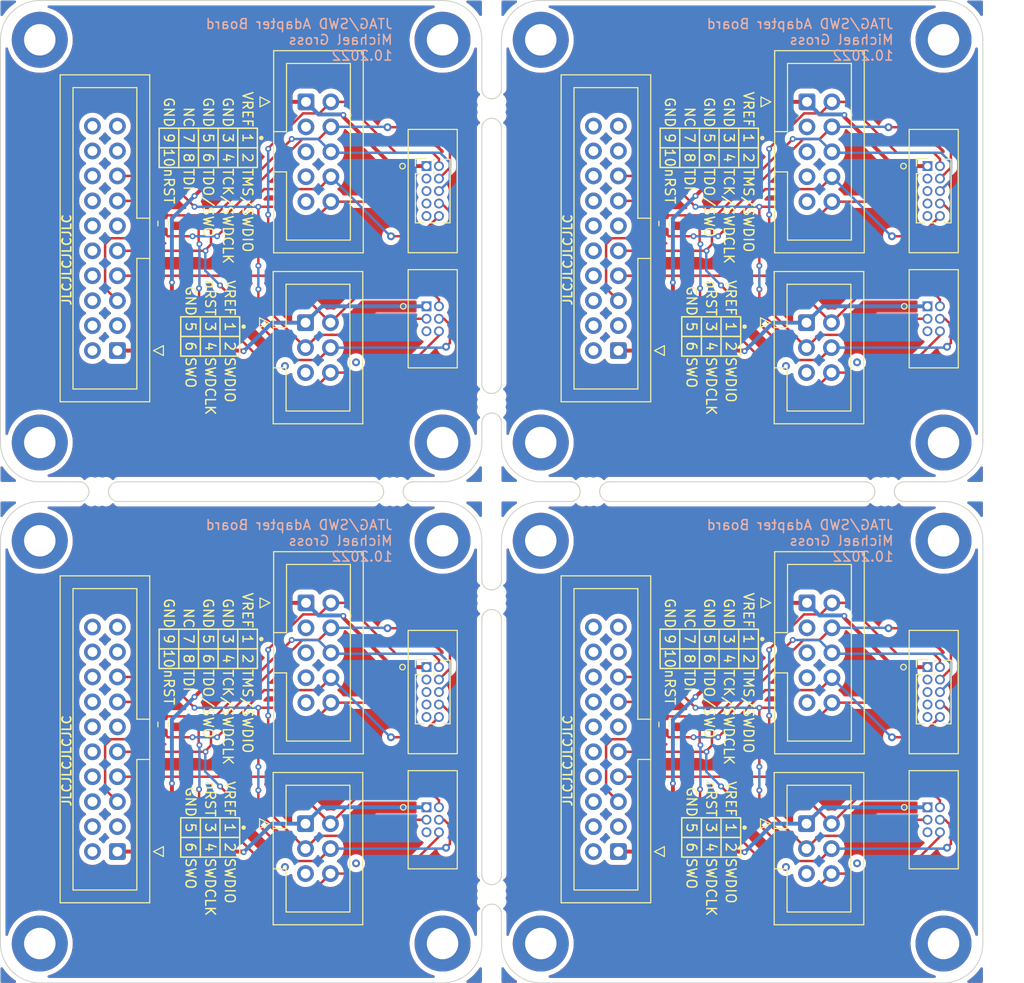
<source format=kicad_pcb>
(kicad_pcb (version 20221018) (generator pcbnew)
  (layers (0 "F.Cu" signal) (31 "B.Cu" signal) (34 "B.Paste" user) (35 "F.Paste" user) (36 "B.SilkS" user "B.Silkscreen") (37 "F.SilkS" user "F.Silkscreen") (38 "B.Mask" user) (39 "F.Mask" user) (44 "Edge.Cuts" user))
  (net 0 "")
  (footprint "Connector_IDC:IDC-Header_2x10_P2.54mm_Vertical" (layer "F.Cu") (at 127.9025 135.64 180)
    (fp_text reference "J3" hide)
    (fp_text value "Conn_ARM_JTAG_SWD_20")
  )
  (footprint "MountingHole:MountingHole_3.2mm_M3_ISO7380_Pad" (layer "F.Cu") (at 69 94)
    (fp_text reference "H4" hide)
    (fp_text value "MountingHole" hide)
  )
  (footprint "MountingHole:MountingHole_3.2mm_M3_ISO7380_Pad" (layer "F.Cu") (at 161 145)
    (fp_text reference "He" hide)
    (fp_text value "MountingHole" hide)
  )
  (footprint "Connector_IDC:IDC-Header_2x10_P2.54mm_Vertical" (layer "F.Cu") (at 76.9025 84.64 180)
    (fp_text reference "J3" hide)
    (fp_text value "Conn_ARM_JTAG_SWD_20")
  )
  (footprint "Panelization:mouse-bite-2mm-slot" (layer "F.Cu") (at 155 99)
    (fp_text reference "mouse-bite-2mm-slot" hide)
    (fp_text value "VAL**" hide)
  )
  (footprint "Connector_IDC:IDC-Header_2x05_P2.54mm_Vertical" (layer "F.Cu") (at 147.0975 110.32)
    (fp_text reference "J2" hide)
    (fp_text value "Conn_ARM_JTAG_SWD_10")
  )
  (footprint "Connector_IDC:IDC-Header_2x10_P2.54mm_Vertical" (layer "F.Cu") (at 127.9025 84.64 180)
    (fp_text reference "J3" hide)
    (fp_text value "Conn_ARM_JTAG_SWD_20")
  )
  (footprint "Custom:Connector_IDC_2x05_P1.27" (layer "F.Cu") (at 160 119.4)
    (fp_text reference "J5" hide)
    (fp_text value "Conn_ARM_JTAG_SWD_10")
  )
  (footprint "Resistor_SMD:R_0603_1608Metric" (layer "F.Cu") (at 132.55 71.7 90)
    (fp_text reference "R1" hide)
    (fp_text value "470R")
  )
  (footprint "Custom:IDC_Connector_2x03_P1.27mm" (layer "F.Cu") (at 160 81.4)
    (fp_text reference "J4" hide)
    (fp_text value "Conn_02x03_Odd_Even")
  )
  (footprint "Panelization:mouse-bite-2mm-slot" (layer "F.Cu") (at 105 99)
    (fp_text reference "mouse-bite-2mm-slot" hide)
    (fp_text value "VAL**" hide)
  )
  (footprint "MountingHole:MountingHole_3.2mm_M3_ISO7380_Pad" (layer "F.Cu") (at 69 53)
    (fp_text reference "H1" hide)
    (fp_text value "MountingHole" hide)
  )
  (footprint "Panelization:mouse-bite-2mm-slot" (layer "F.Cu") (at 115 60 90)
    (fp_text reference "mouse-bite-2mm-slot" hide)
    (fp_text value "VAL**" hide)
  )
  (footprint "MountingHole:MountingHole_3.2mm_M3_ISO7380_Pad" (layer "F.Cu") (at 120 53)
    (fp_text reference "H1" hide)
    (fp_text value "MountingHole" hide)
  )
  (footprint "Resistor_SMD:R_0603_1608Metric" (layer "F.Cu") (at 132.55 122.7 90)
    (fp_text reference "R1" hide)
    (fp_text value "470R")
  )
  (footprint "Custom:Connector_IDC_2x05_P1.27" (layer "F.Cu") (at 160 68.4)
    (fp_text reference "J5" hide)
    (fp_text value "Conn_ARM_JTAG_SWD_10")
  )
  (footprint "Connector_IDC:IDC-Header_2x10_P2.54mm_Vertical" (layer "F.Cu") (at 76.9025 135.64 180)
    (fp_text reference "J3" hide)
    (fp_text value "Conn_ARM_JTAG_SWD_20")
  )
  (footprint "Custom:IDC_Connector_2x03_P1.27mm" (layer "F.Cu") (at 109 132.4)
    (fp_text reference "J4" hide)
    (fp_text value "Conn_02x03_Odd_Even")
  )
  (footprint "MountingHole:MountingHole_3.2mm_M3_ISO7380_Pad" (layer "F.Cu") (at 120 104)
    (fp_text reference "H1" hide)
    (fp_text value "MountingHole" hide)
  )
  (footprint "Panelization:mouse-bite-2mm-slot" (layer "F.Cu") (at 125 99)
    (fp_text reference "mouse-bite-2mm-slot" hide)
    (fp_text value "VAL**" hide)
  )
  (footprint "MountingHole:MountingHole_3.2mm_M3_ISO7380_Pad" (layer "F.Cu") (at 120 145)
    (fp_text reference "H4" hide)
    (fp_text value "MountingHole" hide)
  )
  (footprint "MountingHole:MountingHole_3.2mm_M3_ISO7380_Pad" (layer "F.Cu") (at 120 94)
    (fp_text reference "H4" hide)
    (fp_text value "MountingHole" hide)
  )
  (footprint "MountingHole:MountingHole_3.2mm_M3_ISO7380_Pad" (layer "F.Cu") (at 110 94)
    (fp_text reference "He" hide)
    (fp_text value "MountingHole" hide)
  )
  (footprint "MountingHole:MountingHole_3.2mm_M3_ISO7380_Pad" (layer "F.Cu") (at 110 145)
    (fp_text reference "He" hide)
    (fp_text value "MountingHole" hide)
  )
  (footprint "Custom:Connector_IDC_2x05_P1.27" (layer "F.Cu") (at 109 68.4)
    (fp_text reference "J5" hide)
    (fp_text value "Conn_ARM_JTAG_SWD_10")
  )
  (footprint "Custom:Connector_IDC_2x05_P1.27" (layer "F.Cu") (at 109 119.4)
    (fp_text reference "J5" hide)
    (fp_text value "Conn_ARM_JTAG_SWD_10")
  )
  (footprint "MountingHole:MountingHole_3.2mm_M3_ISO7380_Pad" (layer "F.Cu") (at 69 104)
    (fp_text reference "H1" hide)
    (fp_text value "MountingHole" hide)
  )
  (footprint "Connector_IDC:IDC-Header_2x03_P2.54mm_Vertical" (layer "F.Cu") (at 96.05 81.8)
    (fp_text reference "J1" hide)
    (fp_text value "Conn_02x03_Odd_Even")
  )
  (footprint "Connector_IDC:IDC-Header_2x05_P2.54mm_Vertical" (layer "F.Cu") (at 96.0975 110.32)
    (fp_text reference "J2" hide)
    (fp_text value "Conn_ARM_JTAG_SWD_10")
  )
  (footprint "Resistor_SMD:R_0603_1608Metric" (layer "F.Cu") (at 81.55 71.7 90)
    (fp_text reference "R1" hide)
    (fp_text value "470R")
  )
  (footprint "Custom:IDC_Connector_2x03_P1.27mm" (layer "F.Cu") (at 160 132.4)
    (fp_text reference "J4" hide)
    (fp_text value "Conn_02x03_Odd_Even")
  )
  (footprint "Connector_IDC:IDC-Header_2x03_P2.54mm_Vertical" (layer "F.Cu") (at 147.05 132.8)
    (fp_text reference "J1" hide)
    (fp_text value "Conn_02x03_Odd_Even")
  )
  (footprint "MountingHole:MountingHole_3.2mm_M3_ISO7380_Pad" (layer "F.Cu") (at 110 104)
    (fp_text reference "He" hide)
    (fp_text value "MountingHole" hide)
  )
  (footprint "MountingHole:MountingHole_3.2mm_M3_ISO7380_Pad" (layer "F.Cu") (at 161 53)
    (fp_text reference "He" hide)
    (fp_text value "MountingHole" hide)
  )
  (footprint "MountingHole:MountingHole_3.2mm_M3_ISO7380_Pad" (layer "F.Cu") (at 161 94)
    (fp_text reference "He" hide)
    (fp_text value "MountingHole" hide)
  )
  (footprint "Connector_IDC:IDC-Header_2x03_P2.54mm_Vertical" (layer "F.Cu") (at 147.05 81.8)
    (fp_text reference "J1" hide)
    (fp_text value "Conn_02x03_Odd_Even")
  )
  (footprint "Custom:IDC_Connector_2x03_P1.27mm" (layer "F.Cu") (at 109 81.4)
    (fp_text reference "J4" hide)
    (fp_text value "Conn_02x03_Odd_Even")
  )
  (footprint "Panelization:mouse-bite-2mm-slot" (layer "F.Cu") (at 115 110 90)
    (fp_text reference "mouse-bite-2mm-slot" hide)
    (fp_text value "VAL**" hide)
  )
  (footprint "MountingHole:MountingHole_3.2mm_M3_ISO7380_Pad" (layer "F.Cu") (at 69 145)
    (fp_text reference "H4" hide)
    (fp_text value "MountingHole" hide)
  )
  (footprint "Panelization:mouse-bite-2mm-slot" (layer "F.Cu") (at 75 99)
    (fp_text reference "mouse-bite-2mm-slot" hide)
    (fp_text value "VAL**" hide)
  )
  (footprint "Panelization:mouse-bite-2mm-slot" (layer "F.Cu") (at 115 90 90)
    (fp_text reference "mouse-bite-2mm-slot" hide)
    (fp_text value "VAL**" hide)
  )
  (footprint "MountingHole:MountingHole_3.2mm_M3_ISO7380_Pad" (layer "F.Cu") (at 161 104)
    (fp_text reference "He" hide)
    (fp_text value "MountingHole" hide)
  )
  (footprint "Connector_IDC:IDC-Header_2x05_P2.54mm_Vertical" (layer "F.Cu") (at 96.0975 59.32)
    (fp_text reference "J2" hide)
    (fp_text value "Conn_ARM_JTAG_SWD_10")
  )
  (footprint "Connector_IDC:IDC-Header_2x05_P2.54mm_Vertical" (layer "F.Cu") (at 147.0975 59.32)
    (fp_text reference "J2" hide)
    (fp_text value "Conn_ARM_JTAG_SWD_10")
  )
  (footprint "Resistor_SMD:R_0603_1608Metric" (layer "F.Cu") (at 81.55 122.7 90)
    (fp_text reference "R1" hide)
    (fp_text value "470R")
  )
  (footprint "MountingHole:MountingHole_3.2mm_M3_ISO7380_Pad" (layer "F.Cu") (at 110 53)
    (fp_text reference "He" hide)
    (fp_text value "MountingHole" hide)
  )
  (footprint "Connector_IDC:IDC-Header_2x03_P2.54mm_Vertical" (layer "F.Cu") (at 96.05 132.8)
    (fp_text reference "J1" hide)
    (fp_text value "Conn_02x03_Odd_Even")
  )
  (footprint "Panelization:mouse-bite-2mm-slot" (layer "F.Cu") (at 115 140 90)
    (fp_text reference "mouse-bite-2mm-slot" hide)
    (fp_text value "VAL**" hide)
  )
  (gr_line (start 142.15 115) (end 132.15 115) (stroke (width 0.15)) (layer "F.SilkS"))
  (gr_line (start 140.35 134.2) (end 134.35 134.2) (stroke (width 0.15)) (layer "F.SilkS"))
  (gr_rect (start 134.35 81.2) (end 140.35 85.2) (stroke (width 0.15)) (fill none) (layer "F.SilkS"))
  (gr_line (start 91.15 115) (end 81.15 115) (stroke (width 0.15)) (layer "F.SilkS"))
  (gr_line (start 138.35 132.2) (end 138.35 136.2) (stroke (width 0.15)) (layer "F.SilkS"))
  (gr_line (start 87.35 81.2) (end 87.35 85.2) (stroke (width 0.15)) (layer "F.SilkS"))
  (gr_line (start 140.15 113) (end 140.15 117) (stroke (width 0.15)) (layer "F.SilkS"))
  (gr_line (start 134.15 62) (end 134.15 66) (stroke (width 0.15)) (layer "F.SilkS"))
  (gr_line (start 85.35 132.2) (end 85.35 136.2) (stroke (width 0.15)) (layer "F.SilkS"))
  (gr_line (start 138.35 81.2) (end 138.35 85.2) (stroke (width 0.15)) (layer "F.SilkS"))
  (gr_line (start 136.15 66) (end 136.15 62) (stroke (width 0.15)) (layer "F.SilkS"))
  (gr_line (start 136.15 117) (end 136.15 113) (stroke (width 0.15)) (layer "F.SilkS"))
  (gr_line (start 91.15 64) (end 81.15 64) (stroke (width 0.15)) (layer "F.SilkS"))
  (gr_circle (center 140.75 82.2) (end 140.75 82.35) (stroke (width 0.15)) (fill solid) (layer "F.SilkS"))
  (gr_line (start 83.15 113) (end 83.15 117) (stroke (width 0.15)) (layer "F.SilkS"))
  (gr_line (start 89.35 83.2) (end 83.35 83.2) (stroke (width 0.15)) (layer "F.SilkS"))
  (gr_line (start 85.35 81.2) (end 85.35 85.2) (stroke (width 0.15)) (layer "F.SilkS"))
  (gr_rect (start 132.15 113) (end 142.15 117) (stroke (width 0.15)) (fill none) (layer "F.SilkS"))
  (gr_line (start 87.15 113) (end 87.15 117) (stroke (width 0.15)) (layer "F.SilkS"))
  (gr_rect (start 132.15 62) (end 142.15 66) (stroke (width 0.15)) (fill none) (layer "F.SilkS"))
  (gr_rect (start 81.15 113) (end 91.15 117) (stroke (width 0.15)) (fill none) (layer "F.SilkS"))
  (gr_line (start 138.15 62) (end 138.15 66) (stroke (width 0.15)) (layer "F.SilkS"))
  (gr_circle (center 142.55 114) (end 142.55 114.15) (stroke (width 0.15)) (fill solid) (layer "F.SilkS"))
  (gr_line (start 138.15 113) (end 138.15 117) (stroke (width 0.15)) (layer "F.SilkS"))
  (gr_circle (center 91.55 63) (end 91.55 63.15) (stroke (width 0.15)) (fill solid) (layer "F.SilkS"))
  (gr_line (start 140.35 83.2) (end 134.35 83.2) (stroke (width 0.15)) (layer "F.SilkS"))
  (gr_circle (center 91.55 114) (end 91.55 114.15) (stroke (width 0.15)) (fill solid) (layer "F.SilkS"))
  (gr_rect (start 83.35 81.2) (end 89.35 85.2) (stroke (width 0.15)) (fill none) (layer "F.SilkS"))
  (gr_circle (center 142.55 63) (end 142.55 63.15) (stroke (width 0.15)) (fill solid) (layer "F.SilkS"))
  (gr_line (start 85.15 117) (end 85.15 113) (stroke (width 0.15)) (layer "F.SilkS"))
  (gr_circle (center 140.75 133.2) (end 140.75 133.35) (stroke (width 0.15)) (fill solid) (layer "F.SilkS"))
  (gr_line (start 89.15 113) (end 89.15 117) (stroke (width 0.15)) (layer "F.SilkS"))
  (gr_line (start 89.35 134.2) (end 83.35 134.2) (stroke (width 0.15)) (layer "F.SilkS"))
  (gr_rect (start 83.35 132.2) (end 89.35 136.2) (stroke (width 0.15)) (fill none) (layer "F.SilkS"))
  (gr_line (start 142.15 64) (end 132.15 64) (stroke (width 0.15)) (layer "F.SilkS"))
  (gr_line (start 87.15 62) (end 87.15 66) (stroke (width 0.15)) (layer "F.SilkS"))
  (gr_circle (center 89.75 133.2) (end 89.75 133.35) (stroke (width 0.15)) (fill solid) (layer "F.SilkS"))
  (gr_rect (start 81.15 62) (end 91.15 66) (stroke (width 0.15)) (fill none) (layer "F.SilkS"))
  (gr_rect (start 134.35 132.2) (end 140.35 136.2) (stroke (width 0.15)) (fill none) (layer "F.SilkS"))
  (gr_line (start 136.35 81.2) (end 136.35 85.2) (stroke (width 0.15)) (layer "F.SilkS"))
  (gr_line (start 89.15 62) (end 89.15 66) (stroke (width 0.15)) (layer "F.SilkS"))
  (gr_line (start 87.35 132.2) (end 87.35 136.2) (stroke (width 0.15)) (layer "F.SilkS"))
  (gr_line (start 83.15 62) (end 83.15 66) (stroke (width 0.15)) (layer "F.SilkS"))
  (gr_line (start 134.15 113) (end 134.15 117) (stroke (width 0.15)) (layer "F.SilkS"))
  (gr_line (start 140.15 62) (end 140.15 66) (stroke (width 0.15)) (layer "F.SilkS"))
  (gr_line (start 85.15 66) (end 85.15 62) (stroke (width 0.15)) (layer "F.SilkS"))
  (gr_circle (center 89.75 82.2) (end 89.75 82.35) (stroke (width 0.15)) (fill solid) (layer "F.SilkS"))
  (gr_line (start 136.35 132.2) (end 136.35 136.2) (stroke (width 0.15)) (layer "F.SilkS"))
  (gr_arc (start 116 88.008689) (mid 115 89) (end 114 88.008689) (stroke (width 0.1)) (layer "Edge.Cuts"))
  (gr_arc (start 69 98) (mid 66.171571 96.828429) (end 65 94) (stroke (width 0.1)) (layer "Edge.Cuts"))
  (gr_line (start 69 98) (end 73 98) (stroke (width 0.1)) (layer "Edge.Cuts"))
  (gr_line (start 110 100) (end 107 100) (stroke (width 0.1)) (layer "Edge.Cuts"))
  (gr_line (start 69 100) (end 73 100) (stroke (width 0.1)) (layer "Edge.Cuts"))
  (gr_line (start 116 112) (end 116 138) (stroke (width 0.1)) (layer "Edge.Cuts"))
  (gr_line (start 161 100) (end 157 100) (stroke (width 0.1)) (layer "Edge.Cuts"))
  (gr_arc (start 116 108.008689) (mid 115 109) (end 114 108.008689) (stroke (width 0.1)) (layer "Edge.Cuts"))
  (gr_line (start 77 98) (end 103 98) (stroke (width 0.1)) (layer "Edge.Cuts"))
  (gr_arc (start 73 98) (mid 73.991311 99) (end 73 100) (stroke (width 0.1)) (layer "Edge.Cuts"))
  (gr_arc (start 114 61.991311) (mid 115 61) (end 116 61.991311) (stroke (width 0.1)) (layer "Edge.Cuts"))
  (gr_line (start 165 94) (end 165 53) (stroke (width 0.1)) (layer "Edge.Cuts"))
  (gr_line (start 120 149) (end 161 149) (stroke (width 0.1)) (layer "Edge.Cuts"))
  (gr_arc (start 114 94) (mid 112.828429 96.828429) (end 110 98) (stroke (width 0.1)) (layer "Edge.Cuts"))
  (gr_line (start 123 98) (end 120 98) (stroke (width 0.1)) (layer "Edge.Cuts"))
  (gr_line (start 110 49) (end 69 49) (stroke (width 0.1)) (layer "Edge.Cuts"))
  (gr_arc (start 110 100) (mid 112.828429 101.171571) (end 114 104) (stroke (width 0.1)) (layer "Edge.Cuts"))
  (gr_arc (start 114 145) (mid 112.828429 147.828429) (end 110 149) (stroke (width 0.1)) (layer "Edge.Cuts"))
  (gr_arc (start 116 53) (mid 117.171571 50.171571) (end 120 49) (stroke (width 0.1)) (layer "Edge.Cuts"))
  (gr_line (start 165 145) (end 165 104) (stroke (width 0.1)) (layer "Edge.Cuts"))
  (gr_line (start 65 53) (end 65 94) (stroke (width 0.1)) (layer "Edge.Cuts"))
  (gr_line (start 116 142) (end 116 145) (stroke (width 0.1)) (layer "Edge.Cuts"))
  (gr_line (start 114 92) (end 114 94) (stroke (width 0.1)) (layer "Edge.Cuts"))
  (gr_arc (start 116 104) (mid 117.171571 101.171571) (end 120 100) (stroke (width 0.1)) (layer "Edge.Cuts"))
  (gr_arc (start 165 94) (mid 163.828429 96.828429) (end 161 98) (stroke (width 0.1)) (layer "Edge.Cuts"))
  (gr_arc (start 123.008689 98) (mid 124 99) (end 123.008689 100) (stroke (width 0.1)) (layer "Edge.Cuts"))
  (gr_line (start 116 53) (end 116 58) (stroke (width 0.1)) (layer "Edge.Cuts"))
  (gr_line (start 153 100) (end 127 100) (stroke (width 0.1)) (layer "Edge.Cuts"))
  (gr_arc (start 126.991311 100) (mid 126 99) (end 126.991311 98) (stroke (width 0.1)) (layer "Edge.Cuts"))
  (gr_arc (start 106.991311 100) (mid 106 99) (end 106.991311 98) (stroke (width 0.1)) (layer "Edge.Cuts"))
  (gr_line (start 103 100) (end 77 100) (stroke (width 0.1)) (layer "Edge.Cuts"))
  (gr_arc (start 156.991311 100) (mid 156 99) (end 156.991311 98) (stroke (width 0.1)) (layer "Edge.Cuts"))
  (gr_arc (start 116 58.008689) (mid 115 59) (end 114 58.008689) (stroke (width 0.1)) (layer "Edge.Cuts"))
  (gr_arc (start 69 149) (mid 66.171571 147.828429) (end 65 145) (stroke (width 0.1)) (layer "Edge.Cuts"))
  (gr_line (start 116 92) (end 116 94) (stroke (width 0.1)) (layer "Edge.Cuts"))
  (gr_line (start 116 104) (end 116 108) (stroke (width 0.1)) (layer "Edge.Cuts"))
  (gr_line (start 69 149) (end 110 149) (stroke (width 0.1)) (layer "Edge.Cuts"))
  (gr_arc (start 120 149) (mid 117.171571 147.828429) (end 116 145) (stroke (width 0.1)) (layer "Edge.Cuts"))
  (gr_arc (start 65 104) (mid 66.171571 101.171571) (end 69 100) (stroke (width 0.1)) (layer "Edge.Cuts"))
  (gr_arc (start 76.991311 100) (mid 76 99) (end 76.991311 98) (stroke (width 0.1)) (layer "Edge.Cuts"))
  (gr_arc (start 165 145) (mid 163.828429 147.828429) (end 161 149) (stroke (width 0.1)) (layer "Edge.Cuts"))
  (gr_line (start 110 98) (end 107 98) (stroke (width 0.1)) (layer "Edge.Cuts"))
  (gr_arc (start 114 141.991311) (mid 115 141) (end 116 141.991311) (stroke (width 0.1)) (layer "Edge.Cuts"))
  (gr_line (start 127 98) (end 153 98) (stroke (width 0.1)) (layer "Edge.Cuts"))
  (gr_line (start 123 100) (end 120 100) (stroke (width 0.1)) (layer "Edge.Cuts"))
  (gr_line (start 116 62) (end 116 88) (stroke (width 0.1)) (layer "Edge.Cuts"))
  (gr_arc (start 161 49) (mid 163.828429 50.171571) (end 165 53) (stroke (width 0.1)) (layer "Edge.Cuts"))
  (gr_arc (start 114 111.991311) (mid 115 111) (end 116 111.991311) (stroke (width 0.1)) (layer "Edge.Cuts"))
  (gr_arc (start 153.008689 98) (mid 154 99) (end 153.008689 100) (stroke (width 0.1)) (layer "Edge.Cuts"))
  (gr_arc (start 116 138.008689) (mid 115 139) (end 114 138.008689) (stroke (width 0.1)) (layer "Edge.Cuts"))
  (gr_line (start 114 53) (end 114 58) (stroke (width 0.1)) (layer "Edge.Cuts"))
  (gr_arc (start 110 49) (mid 112.828429 50.171571) (end 114 53) (stroke (width 0.1)) (layer "Edge.Cuts"))
  (gr_line (start 65 104) (end 65 145) (stroke (width 0.1)) (layer "Edge.Cuts"))
  (gr_line (start 114 88) (end 114 62) (stroke (width 0.1)) (layer "Edge.Cuts"))
  (gr_arc (start 114 91.991311) (mid 115 91) (end 116 91.991311) (stroke (width 0.1)) (layer "Edge.Cuts"))
  (gr_line (start 114 138) (end 114 112) (stroke (width 0.1)) (layer "Edge.Cuts"))
  (gr_arc (start 65 53) (mid 66.171571 50.171571) (end 69 49) (stroke (width 0.1)) (layer "Edge.Cuts"))
  (gr_line (start 161 49) (end 120 49) (stroke (width 0.1)) (layer "Edge.Cuts"))
  (gr_line (start 114 104) (end 114 108) (stroke (width 0.1)) (layer "Edge.Cuts"))
  (gr_line (start 114 142) (end 114 145) (stroke (width 0.1)) (layer "Edge.Cuts"))
  (gr_line (start 161 98) (end 157 98) (stroke (width 0.1)) (layer "Edge.Cuts"))
  (gr_arc (start 161 100) (mid 163.828429 101.171571) (end 165 104) (stroke (width 0.1)) (layer "Edge.Cuts"))
  (gr_arc (start 120 98) (mid 117.171571 96.828429) (end 116 94) (stroke (width 0.1)) (layer "Edge.Cuts"))
  (gr_arc (start 103.008689 98) (mid 104 99) (end 103.008689 100) (stroke (width 0.1)) (layer "Edge.Cuts"))
  (gr_text "JTAG/SWD Adapter Board\nMichael Gross\n10.2022" (at 105 53) (layer "B.SilkS") (effects (font (size 1 1)) (justify left mirror)))
  (gr_text "JTAG/SWD Adapter Board\nMichael Gross\n10.2022" (at 105 104) (layer "B.SilkS") (effects (font (size 1 1)) (justify left mirror)))
  (gr_text "JTAG/SWD Adapter Board\nMichael Gross\n10.2022" (at 156 104) (layer "B.SilkS") (effects (font (size 1 1)) (justify left mirror)))
  (gr_text "JTAG/SWD Adapter Board\nMichael Gross\n10.2022" (at 156 53) (layer "B.SilkS") (effects (font (size 1 1)) (justify left mirror)))
  (gr_text "2" (at 139.35 84.2 270) (layer "F.SilkS") (effects (font (size 1 1))))
  (gr_text "VREF" (at 139.35 81.2 270) (layer "F.SilkS") (effects (font (size 1 1)) (justify right)))
  (gr_text "TMS/SWDIO" (at 90.15 117 270) (layer "F.SilkS") (effects (font (size 1 1)) (justify left)))
  (gr_text "SWDCLK" (at 137.35 136.2 270) (layer "F.SilkS") (effects (font (size 1 1)) (justify left)))
  (gr_text "7" (at 84.15 114 270) (layer "F.SilkS") (effects (font (size 1 1))))
  (gr_text "1" (at 139.35 133.2 270) (layer "F.SilkS") (effects (font (size 1 1))))
  (gr_text "GND" (at 84.35 132.2 270) (layer "F.SilkS") (effects (font (size 1 1)) (justify right)))
  (gr_text "GND" (at 82.15 113 270) (layer "F.SilkS") (effects (font (size 1 1)) (justify right)))
  (gr_text "nRST" (at 137.35 132.2 270) (layer "F.SilkS") (effects (font (size 1 1)) (justify right)))
  (gr_text "SWDIO" (at 88.35 85.2 270) (layer "F.SilkS") (effects (font (size 1 1)) (justify left)))
  (gr_text "TCK/SWDCLK" (at 139.15 117 270) (layer "F.SilkS") (effects (font (size 1 1)) (justify left)))
  (gr_text "VREF" (at 88.35 81.2 270) (layer "F.SilkS") (effects (font (size 1 1)) (justify right)))
  (gr_text "VREF" (at 90.15 62 270) (layer "F.SilkS") (effects (font (size 1 1)) (justify right)))
  (gr_text "TCK/SWDCLK" (at 88.15 117 270) (layer "F.SilkS") (effects (font (size 1 1)) (justify left)))
  (gr_text "JLCJLCJLCJLC" (at 122.75 126.4 90) (layer "F.SilkS") (effects (font (size 0.9 0.9) (thickness 0.166667))))
  (gr_text "JLCJLCJLCJLC" (at 71.75 75.4 90) (layer "F.SilkS") (effects (font (size 0.9 0.9) (thickness 0.166667))))
  (gr_text "5" (at 84.35 82.2 270) (layer "F.SilkS") (effects (font (size 1 1))))
  (gr_text "nRST" (at 133.15 66 270) (layer "F.SilkS") (effects (font (size 1 1)) (justify left)))
  (gr_text "8" (at 84.15 65 270) (layer "F.SilkS") (effects (font (size 1 1))))
  (gr_text "GND" (at 135.35 132.2 270) (layer "F.SilkS") (effects (font (size 1 1)) (justify right)))
  (gr_text "3" (at 139.15 63 270) (layer "F.SilkS") (effects (font (size 1 1))))
  (gr_text "10" (at 82.15 116 270) (layer "F.SilkS") (effects (font (size 1 1))))
  (gr_text "SWO" (at 84.35 85.2 270) (layer "F.SilkS") (effects (font (size 1 1)) (justify left)))
  (gr_text "VREF" (at 88.35 132.2 270) (layer "F.SilkS") (effects (font (size 1 1)) (justify right)))
  (gr_text "SWDCLK" (at 86.35 136.2 270) (layer "F.SilkS") (effects (font (size 1 1)) (justify left)))
  (gr_text "6" (at 137.15 116 270) (layer "F.SilkS") (effects (font (size 1 1))))
  (gr_text "JLCJLCJLCJLC" (at 71.75 126.4 90) (layer "F.SilkS") (effects (font (size 0.9 0.9) (thickness 0.166667))))
  (gr_text "1" (at 90.15 114 270) (layer "F.SilkS") (effects (font (size 1 1))))
  (gr_text "SWO" (at 84.35 136.2 270) (layer "F.SilkS") (effects (font (size 1 1)) (justify left)))
  (gr_text "TMS/SWDIO" (at 90.15 66 270) (layer "F.SilkS") (effects (font (size 1 1)) (justify left)))
  (gr_text "TDI" (at 84.15 117 270) (layer "F.SilkS") (effects (font (size 1 1)) (justify left)))
  (gr_text "3" (at 137.35 133.2 270) (layer "F.SilkS") (effects (font (size 1 1))))
  (gr_text "9" (at 133.15 114 270) (layer "F.SilkS") (effects (font (size 1 1))))
  (gr_text "SWDIO" (at 139.35 85.2 270) (layer "F.SilkS") (effects (font (size 1 1)) (justify left)))
  (gr_text "4" (at 137.35 135.2 270) (layer "F.SilkS") (effects (font (size 1 1))))
  (gr_text "nRST" (at 82.15 117 270) (layer "F.SilkS") (effects (font (size 1 1)) (justify left)))
  (gr_text "VREF" (at 139.35 132.2 270) (layer "F.SilkS") (effects (font (size 1 1)) (justify right)))
  (gr_text "TDI" (at 135.15 66 270) (layer "F.SilkS") (effects (font (size 1 1)) (justify left)))
  (gr_text "GND" (at 137.15 62 270) (layer "F.SilkS") (effects (font (size 1 1)) (justify right)))
  (gr_text "4" (at 88.15 116 270) (layer "F.SilkS") (effects (font (size 1 1))))
  (gr_text "2" (at 141.15 116 270) (layer "F.SilkS") (effects (font (size 1 1))))
  (gr_text "5" (at 137.15 114 270) (layer "F.SilkS") (effects (font (size 1 1))))
  (gr_text "TDI" (at 135.15 117 270) (layer "F.SilkS") (effects (font (size 1 1)) (justify left)))
  (gr_text "6" (at 86.15 116 270) (layer "F.SilkS") (effects (font (size 1 1))))
  (gr_text "NC" (at 135.15 113 270) (layer "F.SilkS") (effects (font (size 1 1)) (justify right)))
  (gr_text "6" (at 135.35 135.2 270) (layer "F.SilkS") (effects (font (size 1 1))))
  (gr_text "4" (at 86.35 135.2 270) (layer "F.SilkS") (effects (font (size 1 1))))
  (gr_text "5" (at 135.35 82.2 270) (layer "F.SilkS") (effects (font (size 1 1))))
  (gr_text "3" (at 137.35 82.2 270) (layer "F.SilkS") (effects (font (size 1 1))))
  (gr_text "GND" (at 88.15 62 270) (layer "F.SilkS") (effects (font (size 1 1)) (justify right)))
  (gr_text "6" (at 135.35 84.2 270) (layer "F.SilkS") (effects (font (size 1 1))))
  (gr_text "VREF" (at 141.15 62 270) (layer "F.SilkS") (effects (font (size 1 1)) (justify right)))
  (gr_text "10" (at 133.15 65 270) (layer "F.SilkS") (effects (font (size 1 1))))
  (gr_text "4" (at 88.15 65 270) (layer "F.SilkS") (effects (font (size 1 1))))
  (gr_text "GND" (at 139.15 62 270) (layer "F.SilkS") (effects (font (size 1 1)) (justify right)))
  (gr_text "6" (at 84.35 135.2 270) (layer "F.SilkS") (effects (font (size 1 1))))
  (gr_text "3" (at 88.15 63 270) (layer "F.SilkS") (effects (font (size 1 1))))
  (gr_text "nRST" (at 137.35 81.2 270) (layer "F.SilkS") (effects (font (size 1 1)) (justify right)))
  (gr_text "5" (at 86.15 63 270) (layer "F.SilkS") (effects (font (size 1 1))))
  (gr_text "SWO" (at 135.35 136.2 270) (layer "F.SilkS") (effects (font (size 1 1)) (justify left)))
  (gr_text "4" (at 137.35 84.2 270) (layer "F.SilkS") (effects (font (size 1 1))))
  (gr_text "1" (at 141.15 114 270) (layer "F.SilkS") (effects (font (size 1 1))))
  (gr_text "3" (at 88.15 114 270) (layer "F.SilkS") (effects (font (size 1 1))))
  (gr_text "2" (at 90.15 65 270) (layer "F.SilkS") (effects (font (size 1 1))))
  (gr_text "2" (at 88.35 135.2 270) (layer "F.SilkS") (effects (font (size 1 1))))
  (gr_text "TDO/SWO" (at 86.15 66 270) (layer "F.SilkS") (effects (font (size 1 1)) (justify left)))
  (gr_text "4" (at 139.15 65 270) (layer "F.SilkS") (effects (font (size 1 1))))
  (gr_text "1" (at 88.35 82.2 270) (layer "F.SilkS") (effects (font (size 1 1))))
  (gr_text "TDO/SWO" (at 137.15 117 270) (layer "F.SilkS") (effects (font (size 1 1)) (justify left)))
  (gr_text "GND" (at 139.15 113 270) (layer "F.SilkS") (effects (font (size 1 1)) (justify right)))
  (gr_text "4" (at 139.15 116 270) (layer "F.SilkS") (effects (font (size 1 1))))
  (gr_text "nRST" (at 86.35 132.2 270) (layer "F.SilkS") (effects (font (size 1 1)) (justify right)))
  (gr_text "NC" (at 135.15 62 270) (layer "F.SilkS") (effects (font (size 1 1)) (justify right)))
  (gr_text "6" (at 137.15 65 270) (layer "F.SilkS") (effects (font (size 1 1))))
  (gr_text "GND" (at 86.15 113 270) (layer "F.SilkS") (effects (font (size 1 1)) (justify right)))
  (gr_text "nRST" (at 82.15 66 270) (layer "F.SilkS") (effects (font (size 1 1)) (justify left)))
  (gr_text "3" (at 139.15 114 270) (layer "F.SilkS") (effects (font (size 1 1))))
  (gr_text "8" (at 135.15 65 270) (layer "F.SilkS") (effects (font (size 1 1))))
  (gr_text "1" (at 88.35 133.2 270) (layer "F.SilkS") (effects (font (size 1 1))))
  (gr_text "TCK/SWDCLK" (at 88.15 66 270) (layer "F.SilkS") (effects (font (size 1 1)) (justify left)))
  (gr_text "GND" (at 133.15 62 270) (layer "F.SilkS") (effects (font (size 1 1)) (justify right)))
  (gr_text "8" (at 84.15 116 270) (layer "F.SilkS") (effects (font (size 1 1))))
  (gr_text "7" (at 84.15 63 270) (layer "F.SilkS") (effects (font (size 1 1))))
  (gr_text "6" (at 86.15 65 270) (layer "F.SilkS") (effects (font (size 1 1))))
  (gr_text "GND" (at 133.15 113 270) (layer "F.SilkS") (effects (font (size 1 1)) (justify right)))
  (gr_text "1" (at 90.15 63 270) (layer "F.SilkS") (effects (font (size 1 1))))
  (gr_text "GND" (at 88.15 113 270) (layer "F.SilkS") (effects (font (size 1 1)) (justify right)))
  (gr_text "2" (at 139.35 135.2 270) (layer "F.SilkS") (effects (font (size 1 1))))
  (gr_text "10" (at 133.15 116 270) (layer "F.SilkS") (effects (font (size 1 1))))
  (gr_text "9" (at 133.15 63 270) (layer "F.SilkS") (effects (font (size 1 1))))
  (gr_text "VREF" (at 141.15 113 270) (layer "F.SilkS") (effects (font (size 1 1)) (justify right)))
  (gr_text "GND" (at 82.15 62 270) (layer "F.SilkS") (effects (font (size 1 1)) (justify right)))
  (gr_text "VREF" (at 90.15 113 270) (layer "F.SilkS") (effects (font (size 1 1)) (justify right)))
  (gr_text "TCK/SWDCLK" (at 139.15 66 270) (layer "F.SilkS") (effects (font (size 1 1)) (justify left)))
  (gr_text "SWDIO" (at 139.35 136.2 270) (layer "F.SilkS") (effects (font (size 1 1)) (justify left)))
  (gr_text "TMS/SWDIO" (at 141.15 66 270) (layer "F.SilkS") (effects (font (size 1 1)) (justify left)))
  (gr_text "5" (at 86.15 114 270) (layer "F.SilkS") (effects (font (size 1 1))))
  (gr_text "SWDIO" (at 88.35 136.2 270) (layer "F.SilkS") (effects (font (size 1 1)) (justify left)))
  (gr_text "5" (at 137.15 63 270) (layer "F.SilkS") (effects (font (size 1 1))))
  (gr_text "JLCJLCJLCJLC" (at 122.75 75.4 90) (layer "F.SilkS") (effects (font (size 0.9 0.9) (thickness 0.166667))))
  (gr_text "TMS/SWDIO" (at 141.15 117 270) (layer "F.SilkS") (effects (font (size 1 1)) (justify left)))
  (gr_text "7" (at 135.15 63 270) (layer "F.SilkS") (effects (font (size 1 1))))
  (gr_text "nRST" (at 86.35 81.2 270) (layer "F.SilkS") (effects (font (size 1 1)) (justify right)))
  (gr_text "GND" (at 137.15 113 270) (layer "F.SilkS") (effects (font (size 1 1)) (justify right)))
  (gr_text "TDO/SWO" (at 86.15 117 270) (layer "F.SilkS") (effects (font (size 1 1)) (justify left)))
  (gr_text "9" (at 82.15 63 270) (layer "F.SilkS") (effects (font (size 1 1))))
  (gr_text "6" (at 84.35 84.2 270) (layer "F.SilkS") (effects (font (size 1 1))))
  (gr_text "8" (at 135.15 116 270) (layer "F.SilkS") (effects (font (size 1 1))))
  (gr_text "1" (at 139.35 82.2 270) (layer "F.SilkS") (effects (font (size 1 1))))
  (gr_text "SWDCLK" (at 137.35 85.2 270) (layer "F.SilkS") (effects (font (size 1 1)) (justify left)))
  (gr_text "4" (at 86.35 84.2 270) (layer "F.SilkS") (effects (font (size 1 1))))
  (gr_text "NC" (at 84.15 113 270) (layer "F.SilkS") (effects (font (size 1 1)) (justify right)))
  (gr_text "nRST" (at 133.15 117 270) (layer "F.SilkS") (effects (font (size 1 1)) (justify left)))
  (gr_text "2" (at 90.15 116 270) (layer "F.SilkS") (effects (font (size 1 1))))
  (gr_text "5" (at 84.35 133.2 270) (layer "F.SilkS") (effects (font (size 1 1))))
  (gr_text "3" (at 86.35 82.2 270) (layer "F.SilkS") (effects (font (size 1 1))))
  (gr_text "2" (at 88.35 84.2 270) (layer "F.SilkS") (effects (font (size 1 1))))
  (gr_text "7" (at 135.15 114 270) (layer "F.SilkS") (effects (font (size 1 1))))
  (gr_text "GND" (at 84.35 81.2 270) (layer "F.SilkS") (effects (font (size 1 1)) (justify right)))
  (gr_text "TDO/SWO" (at 137.15 66 270) (layer "F.SilkS") (effects (font (size 1 1)) (justify left)))
  (gr_text "9" (at 82.15 114 270) (layer "F.SilkS") (effects (font (size 1 1))))
  (gr_text "1" (at 141.15 63 270) (layer "F.SilkS") (effects (font (size 1 1))))
  (gr_text "SWO" (at 135.35 85.2 270) (layer "F.SilkS") (effects (font (size 1 1)) (justify left)))
  (gr_text "GND" (at 86.15 62 270) (layer "F.SilkS") (effects (font (size 1 1)) (justify right)))
  (gr_text "10" (at 82.15 65 270) (layer "F.SilkS") (effects (font (size 1 1))))
  (gr_text "3" (at 86.35 133.2 270) (layer "F.SilkS") (effects (font (size 1 1))))
  (gr_text "TDI" (at 84.15 66 270) (layer "F.SilkS") (effects (font (size 1 1)) (justify left)))
  (gr_text "SWDCLK" (at 86.35 85.2 270) (layer "F.SilkS") (effects (font (size 1 1)) (justify left)))
  (gr_text "GND" (at 135.35 81.2 270) (layer "F.SilkS") (effects (font (size 1 1)) (justify right)))
  (gr_text "5" (at 135.35 133.2 270) (layer "F.SilkS") (effects (font (size 1 1))))
  (gr_text "2" (at 141.15 65 270) (layer "F.SilkS") (effects (font (size 1 1))))
  (gr_text "NC" (at 84.15 62 270) (layer "F.SilkS") (effects (font (size 1 1)) (justify right)))
  (segment (start 149.59 137.88) (end 156.87 137.88) (width 0.25) (layer "F.Cu") (net 0))
  (segment (start 98.6375 120.6125) (end 98.6375 120.48) (width 0.25) (layer "F.Cu") (net 0))
  (segment (start 127.9025 77.02) (end 143.23 77.02) (width 0.25) (layer "F.Cu") (net 0))
  (segment (start 110.75 117.015) (end 109.635 118.13) (width 0.25) (layer "F.Cu") (net 0))
  (segment (start 92.25 77) (end 92.25 70.8) (width 0.25) (layer "F.Cu") (net 0))
  (segment (start 75.65 73.8) (end 76.25 73.2) (width 0.25) (layer "F.Cu") (net 0))
  (segment (start 98.59 135.34) (end 97.33 136.6) (width 0.25) (layer "F.Cu") (net 0))
  (segment (start 136.174511 124.724511) (end 136.25 124.8) (width 0.25) (layer "F.Cu") (net 0))
  (segment (start 161.75 133) (end 161.15 132.4) (width 0.25) (layer "F.Cu") (net 0))
  (segment (start 76.9025 84.64) (end 82.41 84.64) (width 0.4) (layer "F.Cu") (net 0))
  (segment (start 148.3775 119.2) (end 149.6375 117.94) (width 0.25) (layer "F.Cu") (net 0))
  (segment (start 161.75 115) (end 161.75 117.015) (width 0.25) (layer "F.Cu") (net 0))
  (segment (start 136.77 74.48) (end 137.425489 73.824511) (width 0.25) (layer "F.Cu") (net 0))
  (segment (start 143.25 115.04649) (end 146.80197 111.49452) (width 0.25) (layer "F.Cu") (net 0))
  (segment (start 98.59 132.8) (end 101.49 129.9) (width 0.25) (layer "F.Cu") (net 0))
  (segment (start 109 115.5) (end 105.25 115.5) (width 0.25) (layer "F.Cu") (net 0))
  (segment (start 86.425489 72.411001) (end 95.73649 63.1) (width 0.25) (layer "F.Cu") (net 0))
  (segment (start 147.05 84.34) (end 148.353 83.037) (width 0.25) (layer "F.Cu") (net 0))
  (segment (start 135.35649 74.48) (end 136.77 74.48) (width 0.25) (layer "F.Cu") (net 0))
  (segment (start 96.77 88.7) (end 98.59 86.88) (width 0.25) (layer "F.Cu") (net 0))
  (segment (start 136.215334 130.265334) (end 145.65 139.7) (width 0.25) (layer "F.Cu") (net 0))
  (segment (start 80.075 69.4) (end 76.9025 69.4) (width 0.25) (layer "F.Cu") (net 0))
  (segment (start 109.635 121.94) (end 108.325 123.25) (width 0.25) (layer "F.Cu") (net 0))
  (segment (start 94.33 59.32) (end 84.75 68.9) (width 0.4) (layer "F.Cu") (net 0))
  (segment (start 127.9025 128.02) (end 143.23 128.02) (width 0.25) (layer "F.Cu") (net 0))
  (segment (start 93.79 77) (end 98.59 81.8) (width 0.25) (layer "F.Cu") (net 0))
  (segment (start 81.61 66.86) (end 84.75 70) (width 0.25) (layer "F.Cu") (net 0))
  (segment (start 80.63 74.48) (end 84.35649 74.48) (width 0.25) (layer "F.Cu") (net 0))
  (segment (start 110.15 132.4) (end 109.635 132.4) (width 0.25) (layer "F.Cu") (net 0))
  (segment (start 148.46298 60.49452) (end 149.6375 59.32) (width 0.25) (layer "F.Cu") (net 0))
  (segment (start 132.55 123.525) (end 133.025 124) (width 0.25) (layer "F.Cu") (net 0))
  (segment (start 150.9 111.845) (end 155.915 116.86) (width 0.4) (layer "F.Cu") (net 0))
  (segment (start 85.125 70.875) (end 85.174511 70.924511) (width 0.25) (layer "F.Cu") (net 0))
  (segment (start 148.25 122) (end 149.6375 120.6125) (width 0.25) (layer "F.Cu") (net 0))
  (segment (start 85.215334 129.3) (end 85.215334 130.265334) (width 0.25) (layer "F.Cu") (net 0))
  (segment (start 140.69 84.64) (end 140.75 84.7) (width 0.4) (layer "F.Cu") (net 0))
  (segment (start 136.215334 79.265334) (end 145.65 88.7) (width 0.25) (layer "F.Cu") (net 0))
  (segment (start 85.125 70.875) (end 81.55 70.875) (width 0.25) (layer "F.Cu") (net 0))
  (segment (start 110.75 64) (end 110.75 66.015) (width 0.25) (layer "F.Cu") (net 0))
  (segment (start 109.635 116.86) (end 109.635 116.135) (width 0.25) (layer "F.Cu") (net 0))
  (segment (start 104.23 120.48) (end 98.6375 120.48) (width 0.25) (layer "F.Cu") (net 0))
  (segment (start 85.215334 78.3) (end 85.215334 79.265334) (width 0.25) (layer "F.Cu") (net 0))
  (segment (start 109.635 79.422894) (end 109.635 80.13) (width 0.25) (layer "F.Cu") (net 0))
  (segment (start 101.763 83.037) (end 103.4 81.4) (width 0.25) (layer "F.Cu") (net 0))
  (segment (start 80.63 125.48) (end 84.35649 125.48) (width 0.25) (layer "F.Cu") (net 0))
  (segment (start 109 64.5) (end 105.25 64.5) (width 0.25) (layer "F.Cu") (net 0))
  (segment (start 109.25 124) (end 110.75 122.5) (width 0.25) (layer "F.Cu") (net 0))
  (segment (start 99.9 111.65) (end 99.9 111.845) (width 0.4) (layer "F.Cu") (net 0))
  (segment (start 142.85 119.2) (end 148.3775 119.2) (width 0.25) (layer "F.Cu") (net 0))
  (segment (start 85.215334 130.265334) (end 94.65 139.7) (width 0.25) (layer "F.Cu") (net 0))
  (segment (start 161.3595 84.25) (end 161.75 83.8595) (width 0.25) (layer "F.Cu") (net 0))
  (segment (start 152.763 83.037) (end 154.4 81.4) (width 0.25) (layer "F.Cu") (net 0))
  (segment (start 144.65 70) (end 145.65 71) (width 0.25) (layer "F.Cu") (net 0))
  (segment (start 127.9025 135.64) (end 133.41 135.64) (width 0.4) (layer "F.Cu") (net 0))
  (segment (start 104.4 112.9) (end 108.65 112.9) (width 0.25) (layer "F.Cu") (net 0))
  (segment (start 160 64.5) (end 156.25 64.5) (width 0.25) (layer "F.Cu") (net 0))
  (segment (start 147.05 135.34) (end 148.353 134.037) (width 0.25) (layer "F.Cu") (net 0))
  (segment (start 143.23 77.02) (end 143.25 77) (width 0.25) (layer "F.Cu") (net 0))
  (segment (start 97.33 85.6) (end 94.95 85.6) (width 0.25) (layer "F.Cu") (net 0))
  (segment (start 136.215334 78.3) (end 136.215334 79.265334) (width 0.25) (layer "F.Cu") (net 0))
  (segment (start 160 115.5) (end 156.25 115.5) (width 0.25) (layer "F.Cu") (net 0))
  (segment (start 89.69 84.64) (end 89.75 84.7) (width 0.4) (layer "F.Cu") (net 0))
  (segment (start 136.174511 73.724511) (end 136.25 73.8) (width 0.25) (layer "F.Cu") (net 0))
  (segment (start 145.33 110.32) (end 135.75 119.9) (width 0.4) (layer "F.Cu") (net 0))
  (segment (start 136.77 125.48) (end 137.425489 124.824511) (width 0.25) (layer "F.Cu") (net 0))
  (segment (start 160.635 130.422894) (end 160.635 131.13) (width 0.25) (layer "F.Cu") (net 0))
  (segment (start 91.25 127) (end 91.25 121) (width 0.25) (layer "F.Cu") (net 0))
  (segment (start 161.75 71.5) (end 161.75 70.5) (width 0.25) (layer "F.Cu") (net 0))
  (segment (start 92.25 115.04649) (end 95.80197 111.49452) (width 0.25) (layer "F.Cu") (net 0))
  (segment (start 105.25 64.5) (end 100.07 59.32) (width 0.25) (layer "F.Cu") (net 0))
  (segment (start 126.65 129.3075) (end 126.65 124.8) (width 0.25) (layer "F.Cu") (net 0))
  (segment (start 110.75 121.5) (end 109.92 120.67) (width 0.25) (layer "F.Cu") (net 0))
  (segment (start 109.635 65.135) (end 109 64.5) (width 0.25) (layer "F.Cu") (net 0))
  (segment (start 137.425489 123.411001) (end 146.73649 114.1) (width 0.25) (layer "F.Cu") (net 0))
  (segment (start 92.25 128) (end 93.79 128) (width 0.25) (layer "F.Cu") (net 0))
  (segment (start 91.25 70) (end 93.65 70) (width 0.25) (layer "F.Cu") (net 0))
  (segment (start 137.875 70.875) (end 136.125 70.875) (width 0.25) (layer "F.Cu") (net 0))
  (segment (start 92.25 128) (end 92.25 121.8) (width 0.25) (layer "F.Cu") (net 0))
  (segment (start 98.59 81.8) (end 101.49 78.9) (width 0.25) (layer "F.Cu") (net 0))
  (segment (start 142.25 121) (end 144.65 121) (width 0.25) (layer "F.Cu") (net 0))
  (segment (start 109.112106 129.9) (end 109.635 130.422894) (width 0.25) (layer "F.Cu") (net 0))
  (segment (start 148.46298 111.49452) (end 149.6375 110.32) (width 0.25) (layer "F.Cu") (net 0))
  (segment (start 160.112106 129.9) (end 160.635 130.422894) (width 0.25) (layer "F.Cu") (net 0))
  (segment (start 150.9 60.845) (end 155.915 65.86) (width 0.4) (layer "F.Cu") (net 0))
  (segment (start 76.9025 117.86) (end 81.61 117.86) (width 0.25) (layer "F.Cu") (net 0))
  (segment (start 109.635 130.422894) (end 109.635 131.13) (width 0.25) (layer "F.Cu") (net 0))
  (segment (start 97.353 83.037) (end 101.763 83.037) (width 0.25) (layer "F.Cu") (net 0))
  (segment (start 76.25 124.2) (end 80.875 124.2) (width 0.25) (layer "F.Cu") (net 0))
  (segment (start 148.3975 114.1) (end 149.6375 112.86) (width 0.25) (layer "F.Cu") (net 0))
  (segment (start 91.25 130.54) (end 96.05 135.34) (width 0.25) (layer "F.Cu") (net 0))
  (segment (start 92.25 77) (end 93.79 77) (width 0.25) (layer "F.Cu") (net 0))
  (segment (start 103.4 81.4) (end 108.365 81.4) (width 0.25) (layer "F.Cu") (net 0))
  (segment (start 110.15 81.4) (end 109.635 81.4) (width 0.25) (layer "F.Cu") (net 0))
  (segment (start 80.63 74.48) (end 76.9025 74.48) (width 0.25) (layer "F.Cu") (net 0))
  (segment (start 84.35649 125.48) (end 85.77 125.48) (width 0.25) (layer "F.Cu") (net 0))
  (segment (start 110.75 82) (end 110.15 81.4) (width 0.25) (layer "F.Cu") (net 0))
  (segment (start 91.25 76) (end 91.25 70) (width 0.25) (layer "F.Cu") (net 0))
  (segment (start 127.9025 84.64) (end 133.41 84.64) (width 0.4) (layer "F.Cu") (net 0))
  (segment (start 136.125 70.875) (end 132.55 70.875) (width 0.25) (layer "F.Cu") (net 0))
  (segment (start 145.33 59.32) (end 135.75 68.9) (width 0.4) (layer "F.Cu") (net 0))
  (segment (start 109.112106 78.9) (end 109.635 79.422894) (width 0.25) (layer "F.Cu") (net 0))
  (segment (start 105.25 115.5) (end 100.07 110.32) (width 0.25) (layer "F.Cu") (net 0))
  (segment (start 94.65 139.7) (end 96.77 139.7) (width 0.25) (layer "F.Cu") (net 0))
  (segment (start 148.353 134.037) (end 152.763 134.037) (width 0.25) (layer "F.Cu") (net 0))
  (segment (start 133.45 135.6) (end 133.41 135.64) (width 0.4) (layer "F.Cu") (net 0))
  (segment (start 82.41 135.64) (end 89.69 135.64) (width 0.4) (layer "F.Cu") (net 0))
  (segment (start 99.9 111.845) (end 104.915 116.86) (width 0.4) (layer "F.Cu") (net 0))
  (segment (start 149.6375 120.6125) (end 149.6375 120.48) (width 0.25) (layer "F.Cu") (net 0))
  (segment (start 82.41 84.64) (end 89.69 84.64) (width 0.4) (layer "F.Cu") (net 0))
  (segment (start 110.75 133) (end 110.15 132.4) (width 0.25) (layer "F.Cu") (net 0))
  (segment (start 159.325 123.25) (end 158 123.25) (width 0.25) (layer "F.Cu") (net 0))
  (segment (start 127.25 73.2) (end 131.875 73.2) (width 0.25) (layer "F.Cu") (net 0))
  (segment (start 145.65 114.1) (end 137.875 121.875) (width 0.25) (layer "F.Cu") (net 0))
  (segment (start 109.92 120.67) (end 109.635 120.67) (width 0.25) (layer "F.Cu") (net 0))
  (segment (start 92.23 77.02) (end 92.25 77) (width 0.25) (layer "F.Cu") (net 0))
  (segment (start 85.125 121.875) (end 81.55 121.875) (width 0.25) (layer "F.Cu") (net 0))
  (segment (start 142.25 76) (end 142.25 70) (width 0.25) (layer "F.Cu") (net 0))
  (segment (start 161.75 134.8595) (end 161.75 133) (width 0.25) (layer "F.Cu") (net 0))
  (segment (start 161.15 81.4) (end 160.635 81.4) (width 0.25) (layer "F.Cu") (net 0))
  (segment (start 94.65 122) (end 97.25 122) (width 0.25) (layer "F.Cu") (net 0))
  (segment (start 156.87 137.88) (end 160.635 134.115) (width 0.25) (layer "F.Cu") (net 0))
  (segment (start 158 72.25) (end 155.23 69.48) (width 0.25) (layer "F.Cu") (net 0))
  (segment (start 144.79 128) (end 149.59 132.8) (width 0.25) (layer "F.Cu") (net 0))
  (segment (start 160.92 69.67) (end 160.635 69.67) (width 0.25) (layer "F.Cu") (net 0))
  (segment (start 149.59 86.88) (end 156.87 86.88) (width 0.25) (layer "F.Cu") (net 0))
  (segment (start 149.59 135.34) (end 148.33 136.6) (width 0.25) (layer "F.Cu") (net 0))
  (segment (start 145.95 85.6) (end 138.35 78) (width 0.25) (layer "F.Cu") (net 0))
  (segment (start 147.0975 110.32) (end 145.33 110.32) (width 0.4) (layer "F.Cu") (net 0))
  (segment (start 104.75 124) (end 109.25 124) (width 0.25) (layer "F.Cu") (net 0))
  (segment (start 86.425489 123.411001) (end 95.73649 114.1) (width 0.25) (layer "F.Cu") (net 0))
  (segment (start 148.33 85.6) (end 145.95 85.6) (width 0.25) (layer "F.Cu") (net 0))
  (segment (start 87.05 124) (end 91.85 119.2) (width 0.25) (layer "F.Cu") (net 0))
  (segment (start 108.65 112.9) (end 110.75 115) (width 0.25) (layer "F.Cu") (net 0))
  (segment (start 131.075 69.4) (end 127.9025 69.4) (width 0.25) (layer "F.Cu") (net 0))
  (segment (start 86.875 121.875) (end 85.125 121.875) (width 0.25) (layer "F.Cu") (net 0))
  (segment (start 109.635 83.115) (end 109.635 82.67) (width 0.25) (layer "F.Cu") (net 0))
  (segment (start 131.875 73.2) (end 132.55 72.525) (width 0.25) (layer "F.Cu") (net 0))
  (segment (start 103.4 132.4) (end 108.365 132.4) (width 0.25) (layer "F.Cu") (net 0))
  (segment (start 92.25 64.04649) (end 95.80197 60.49452) (width 0.25) (layer "F.Cu") (net 0))
  (segment (start 96.05 84.34) (end 97.353 83.037) (width 0.25) (layer "F.Cu") (net 0))
  (segment (start 76.9025 66.86) (end 81.61 66.86) (width 0.25) (layer "F.Cu") (net 0))
  (segment (start 126.65 78.3075) (end 126.65 73.8) (width 0.25) (layer "F.Cu") (net 0))
  (segment (start 104.4 61.9) (end 108.65 61.9) (width 0.25) (layer "F.Cu") (net 0))
  (segment (start 99.9 60.65) (end 99.9 60.845) (width 0.4) (layer "F.Cu") (net 0))
  (segment (start 143.25 77) (end 144.79 77) (width 0.25) (layer "F.Cu") (net 0))
  (segment (start 138.05 73) (end 142.85 68.2) (width 0.25) (layer "F.Cu") (net 0))
  (segment (start 143.23 128.02) (end 143.25 128) (width 0.25) (layer "F.Cu") (net 0))
  (segment (start 82.45 135.6) (end 82.41 135.64) (width 0.4) (layer "F.Cu") (net 0))
  (segment (start 160.635 65.135) (end 160 64.5) (width 0.25) (layer "F.Cu") (net 0))
  (segment (start 145.65 88.7) (end 147.77 88.7) (width 0.25) (layer "F.Cu") (net 0))
  (segment (start 75.65 124.8) (end 76.25 124.2) (width 0.25) (layer "F.Cu") (net 0))
  (segment (start 132.55 121.875) (end 131.075 120.4) (width 0.25) (layer "F.Cu") (net 0))
  (segment (start 101.763 134.037) (end 103.4 132.4) (width 0.25) (layer "F.Cu") (net 0))
  (segment (start 80.63 125.48) (end 76.9025 125.48) (width 0.25) (layer "F.Cu") (net 0))
  (segment (start 142.25 78.4) (end 142.25 79.54) (width 0.25) (layer "F.Cu") (net 0))
  (segment (start 82.025 124) (end 84.55 124) (width 0.25) (layer "F.Cu") (net 0))
  (segment (start 91.85 119.2) (end 97.3775 119.2) (width 0.25) (layer "F.Cu") (net 0))
  (segment (start 97.3775 68.2) (end 98.6375 66.94) (width 0.25) (layer "F.Cu") (net 0))
  (segment (start 109.25 73) (end 110.75 71.5) (width 0.25) (layer "F.Cu") (net 0))
  (segment (start 94.65 71) (end 97.25 71) (width 0.25) (layer "F.Cu") (net 0))
  (segment (start 145.65 71) (end 148.25 71) (width 0.25) (layer "F.Cu") (net 0))
  (segment (start 135.35649 125.48) (end 136.77 125.48) (width 0.25) (layer "F.Cu") (net 0))
  (segment (start 155.915 116.86) (end 159.365 116.86) (width 0.4) (layer "F.Cu") (net 0))
  (segment (start 143.25 77) (end 143.25 70.8) (width 0.25) (layer "F.Cu") (net 0))
  (segment (start 149.59 81.8) (end 152.49 78.9) (width 0.25) (layer "F.Cu") (net 0))
  (segment (start 147.77 88.7) (end 149.59 86.88) (width 0.25) (layer "F.Cu") (net 0))
  (segment (start 95.73649 114.1) (end 97.3975 114.1) (width 0.25) (layer "F.Cu") (net 0))
  (segment (start 155.4 112.9) (end 159.65 112.9) (width 0.25) (layer "F.Cu") (net 0))
  (segment (start 148.25 71) (end 149.6375 69.6125) (width 0.25) (layer "F.Cu") (net 0))
  (segment (start 99.9 60.845) (end 104.915 65.86) (width 0.4) (layer "F.Cu") (net 0))
  (segment (start 136.125 121.875) (end 132.55 121.875) (width 0.25) (layer "F.Cu") (net 0))
  (segment (start 133.45 77.7) (end 133.45 84.6) (width 0.4) (layer "F.Cu") (net 0))
  (segment (start 132.55 72.525) (end 133.025 73) (width 0.25) (layer "F.Cu") (net 0))
  (segment (start 142.85 68.2) (end 148.3775 68.2) (width 0.25) (layer "F.Cu") (net 0))
  (segment (start 94.33 110.32) (end 84.75 119.9) (width 0.4) (layer "F.Cu") (net 0))
  (segment (start 148.33 136.6) (end 145.95 136.6) (width 0.25) (layer "F.Cu") (net 0))
  (segment (start 96.77 139.7) (end 98.59 137.88) (width 0.25) (layer "F.Cu") (net 0))
  (segment (start 81.55 70.875) (end 80.075 69.4) (width 0.25) (layer "F.Cu") (net 0))
  (segment (start 132.55 70.875) (end 131.075 69.4) (width 0.25) (layer "F.Cu") (net 0))
  (segment (start 160.635 83.115) (end 160.635 82.67) (width 0.25) (layer "F.Cu") (net 0))
  (segment (start 142.25 70) (end 144.65 70) (width 0.25) (layer "F.Cu") (net 0))
  (segment (start 100.07 59.32) (end 98.6375 59.32) (width 0.25) (layer "F.Cu") (net 0))
  (segment (start 133.025 124) (end 135.55 124) (width 0.25) (layer "F.Cu") (net 0))
  (segment (start 110.75 83.8595) (end 110.75 82) (width 0.25) (layer "F.Cu") (net 0))
  (segment (start 91.25 121) (end 93.65 121) (width 0.25) (layer "F.Cu") (net 0))
  (segment (start 159.65 112.9) (end 161.75 115) (width 0.25) (layer "F.Cu") (net 0))
  (segment (start 161.75 64) (end 161.75 66.015) (width 0.25) (layer "F.Cu") (net 0))
  (segment (start 148.3975 63.1) (end 149.6375 61.86) (width 0.25) (layer "F.Cu") (net 0))
  (segment (start 142.25 129.4) (end 142.25 130.54) (width 0.25) (layer "F.Cu") (net 0))
  (segment (start 82.45 77.7) (end 82.45 84.6) (width 0.4) (layer "F.Cu") (net 0))
  (segment (start 110.75 134.8595) (end 110.75 133) (width 0.25) (layer "F.Cu") (net 0))
  (segment (start 155.23 69.48) (end 149.6375 69.48) (width 0.25) (layer "F.Cu") (net 0))
  (segment (start 86.425489 124.824511) (end 86.425489 123.411001) (width 0.25) (layer "F.Cu") (net 0))
  (segment (start 143.25 64.1) (end 143.25 64.04649) (width 0.25) (layer "F.Cu") (net 0))
  (segment (start 110.75 71.5) (end 110.75 70.5) (width 0.25) (layer "F.Cu") (net 0))
  (segment (start 136.125 121.875) (end 136.174511 121.924511) (width 0.25) (layer "F.Cu") (net 0))
  (segment (start 97.353 134.037) (end 101.763 134.037) (width 0.25) (layer "F.Cu") (net 0))
  (segment (start 109.92 69.67) (end 109.635 69.67) (width 0.25) (layer "F.Cu") (net 0))
  (segment (start 145.95 136.6) (end 138.35 129) (width 0.25) (layer "F.Cu") (net 0))
  (segment (start 160.635 121.94) (end 159.325 123.25) (width 0.25) (layer "F.Cu") (net 0))
  (segment (start 159.325 72.25) (end 158 72.25) (width 0.25) (layer "F.Cu") (net 0))
  (segment (start 160.635 65.86) (end 160.635 65.135) (width 0.25) (layer "F.Cu") (net 0))
  (segment (start 151.07 110.32) (end 149.6375 110.32) (width 0.25) (layer "F.Cu") (net 0))
  (segment (start 97.25 71) (end 98.6375 69.6125) (width 0.25) (layer "F.Cu") (net 0))
  (segment (start 149.59 132.8) (end 152.49 129.9) (width 0.25) (layer "F.Cu") (net 0))
  (segment (start 81.61 117.86) (end 84.75 121) (width 0.25) (layer "F.Cu") (net 0))
  (segment (start 94.65 63.1) (end 86.875 70.875) (width 0.25) (layer "F.Cu") (net 0))
  (segment (start 91.25 129.4) (end 91.25 130.54) (width 0.25) (layer "F.Cu") (net 0))
  (segment (start 137.425489 124.824511) (end 137.425489 123.411001) (width 0.25) (layer "F.Cu") (net 0))
  (segment (start 143.25 64.04649) (end 146.80197 60.49452) (width 0.25) (layer "F.Cu") (net 0))
  (segment (start 152.763 134.037) (end 154.4 132.4) (width 0.25) (layer "F.Cu") (net 0))
  (segment (start 98.59 86.88) (end 105.87 86.88) (width 0.25) (layer "F.Cu") (net 0))
  (segment (start 107 123.25) (end 104.23 120.48) (width 0.25) (layer "F.Cu") (net 0))
  (segment (start 95.80197 60.49452) (end 97.46298 60.49452) (width 0.25) (layer "F.Cu") (net 0))
  (segment (start 145.65 139.7) (end 147.77 139.7) (width 0.25) (layer "F.Cu") (net 0))
  (segment (start 105.87 137.88) (end 109.635 134.115) (width 0.25) (layer "F.Cu") (net 0))
  (segment (start 161.3595 135.25) (end 161.75 134.8595) (width 0.25) (layer "F.Cu") (net 0))
  (segment (start 110.75 70.5) (end 109.92 69.67) (width 0.25) (layer "F.Cu") (net 0))
  (segment (start 160.92 120.67) (end 160.635 120.67) (width 0.25) (layer "F.Cu") (net 0))
  (segment (start 110.75 66.015) (end 109.635 67.13) (width 0.25) (layer "F.Cu") (net 0))
  (segment (start 159.65 61.9) (end 161.75 64) (width 0.25) (layer "F.Cu") (net 0))
  (segment (start 109.635 70.94) (end 108.325 72.25) (width 0.25) (layer "F.Cu") (net 0))
  (segment (start 97.46298 111.49452) (end 98.6375 110.32) (width 0.25) (layer "F.Cu") (net 0))
  (segment (start 92.25 64.1) (end 92.25 64.04649) (width 0.25) (layer "F.Cu") (net 0))
  (segment (start 94.95 85.6) (end 87.35 78) (width 0.25) (layer "F.Cu") (net 0))
  (segment (start 160.112106 78.9) (end 160.635 79.422894) (width 0.25) (layer "F.Cu") (net 0))
  (segment (start 160.635 134.115) (end 160.635 133.67) (width 0.25) (layer "F.Cu") (net 0))
  (segment (start 127.9025 117.86) (end 132.61 117.86) (width 0.25) (layer "F.Cu") (net 0))
  (segment (start 95.80197 111.49452) (end 97.46298 111.49452) (width 0.25) (layer "F.Cu") (net 0))
  (segment (start 100.07 110.32) (end 98.6375 110.32) (width 0.25) (layer "F.Cu") (net 0))
  (segment (start 149.59 84.34) (end 148.33 85.6) (width 0.25) (layer "F.Cu") (net 0))
  (segment (start 160.635 116.135) (end 160 115.5) (width 0.25) (layer "F.Cu") (net 0))
  (segment (start 127.25 124.2) (end 131.875 124.2) (width 0.25) (layer "F.Cu") (net 0))
  (segment (start 76.9025 128.02) (end 92.23 128.02) (width 0.25) (layer "F.Cu") (net 0))
  (segment (start 82.45 84.6) (end 82.41 84.64) (width 0.4) (layer "F.Cu") (net 0))
  (segment (start 127.9025 130.56) (end 126.65 129.3075) (width 0.25) (layer "F.Cu") (net 0))
  (segment (start 85.174511 70.924511) (end 85.174511 73.724511) (width 0.25) (layer "F.Cu") (net 0))
  (segment (start 75.65 129.3075) (end 75.65 124.8) (width 0.25) (layer "F.Cu") (net 0))
  (segment (start 94.65 114.1) (end 86.875 121.875) (width 0.25) (layer "F.Cu") (net 0))
  (segment (start 136.174511 70.924511) (end 136.174511 73.724511) (width 0.25) (layer "F.Cu") (net 0))
  (segment (start 97.46298 60.49452) (end 98.6375 59.32) (width 0.25) (layer "F.Cu") (net 0))
  (segment (start 154.4 132.4) (end 159.365 132.4) (width 0.25) (layer "F.Cu") (net 0))
  (segment (start 131.63 74.48) (end 135.35649 74.48) (width 0.25) (layer "F.Cu") (net 0))
  (segment (start 101.49 129.9) (end 109.112106 129.9) (width 0.25) (layer "F.Cu") (net 0))
  (segment (start 143.25 128) (end 144.79 128) (width 0.25) (layer "F.Cu") (net 0))
  (segment (start 87.05 73) (end 91.85 68.2) (width 0.25) (layer "F.Cu") (net 0))
  (segment (start 132.61 117.86) (end 135.75 121) (width 0.25) (layer "F.Cu") (net 0))
  (segment (start 146.73649 63.1) (end 148.3975 63.1) (width 0.25) (layer "F.Cu") (net 0))
  (segment (start 110.3595 84.25) (end 110.75 83.8595) (width 0.25) (layer "F.Cu") (net 0))
  (segment (start 85.77 125.48) (end 86.425489 124.824511) (width 0.25) (layer "F.Cu") (net 0))
  (segment (start 104.915 65.86) (end 108.365 65.86) (width 0.4) (layer "F.Cu") (net 0))
  (segment (start 110.75 122.5) (end 110.75 121.5) (width 0.25) (layer "F.Cu") (net 0))
  (segment (start 93.65 70) (end 94.65 71) (width 0.25) (layer "F.Cu") (net 0))
  (segment (start 144.79 77) (end 149.59 81.8) (width 0.25) (layer "F.Cu") (net 0))
  (segment (start 138.05 124) (end 142.85 119.2) (width 0.25) (layer "F.Cu") (net 0))
  (segment (start 160.635 70.94) (end 159.325 72.25) (width 0.25) (layer "F.Cu") (net 0))
  (segment (start 76.25 73.2) (end 80.875 73.2) (width 0.25) (layer "F.Cu") (net 0))
  (segment (start 76.9025 77.02) (end 92.23 77.02) (width 0.25) (layer "F.Cu") (net 0))
  (segment (start 161.75 121.5) (end 160.92 120.67) (width 0.25) (layer "F.Cu") (net 0))
  (segment (start 98.59 137.88) (end 105.87 137.88) (width 0.25) (layer "F.Cu") (net 0))
  (segment (start 143.25 128) (end 143.25 121.8) (width 0.25) (layer "F.Cu") (net 0))
  (segment (start 108.325 123.25) (end 107 123.25) (width 0.25) (layer "F.Cu") (net 0))
  (segment (start 110.3595 135.25) (end 110.75 134.8595) (width 0.25) (layer "F.Cu") (net 0))
  (segment (start 161.75 122.5) (end 161.75 121.5) (width 0.25) (layer "F.Cu") (net 0))
  (segment (start 85.174511 124.724511) (end 85.25 124.8) (width 0.25) (layer "F.Cu") (net 0))
  (segment (start 108.325 72.25) (end 107 72.25) (width 0.25) (layer "F.Cu") (net 0))
  (segment (start 81.55 72.525) (end 82.025 73) (width 0.25) (layer "F.Cu") (net 0))
  (segment (start 92.23 128.02) (end 92.25 128) (width 0.25) (layer "F.Cu") (net 0))
  (segment (start 155.23 120.48) (end 149.6375 120.48) (width 0.25) (layer "F.Cu") (net 0))
  (segment (start 131.63 125.48) (end 127.9025 125.48) (width 0.25) (layer "F.Cu") (net 0))
  (segment (start 146.80197 111.49452) (end 148.46298 111.49452) (width 0.25) (layer "F.Cu") (net 0))
  (segment (start 144.65 121) (end 145.65 122) (width 0.25) (layer "F.Cu") (net 0))
  (segment (start 131.075 120.4) (end 127.9025 120.4) (width 0.25) (layer "F.Cu") (net 0))
  (segment (start 76.9025 79.56) (end 75.65 78.3075) (width 0.25) (layer "F.Cu") (net 0))
  (segment (start 156.25 115.5) (end 151.07 110.32) (width 0.25) (layer "F.Cu") (net 0))
  (segment (start 82.025 73) (end 84.55 73) (width 0.25) (layer "F.Cu") (net 0))
  (segment (start 147.77 139.7) (end 149.59 137.88) (width 0.25) (layer "F.Cu") (net 0))
  (segment (start 89.69 135.64) (end 89.75 135.7) (width 0.4) (layer "F.Cu") (net 0))
  (segment (start 104.23 69.48) (end 98.6375 69.48) (width 0.25) (layer "F.Cu") (net 0))
  (segment (start 109.635 65.86) (end 109.635 65.135) (width 0.25) (layer "F.Cu") (net 0))
  (segment (start 86.425489 73.824511) (end 86.425489 72.411001) (width 0.25) (layer "F.Cu") (net 0))
  (segment (start 85.174511 121.924511) (end 85.174511 124.724511) (width 0.25) (layer "F.Cu") (net 0))
  (segment (start 96.05 135.34) (end 97.353 134.037) (width 0.25) (layer "F.Cu") (net 0))
  (segment (start 132.61 66.86) (end 135.75 70) (width 0.25) (layer "F.Cu") (net 0))
  (segment (start 75.65 78.3075) (end 75.65 73.8) (width 0.25) (layer "F.Cu") (net 0))
  (segment (start 160.635 116.86) (end 160.635 116.135) (width 0.25) (layer "F.Cu") (net 0))
  (segment (start 155.75 124) (end 160.25 124) (width 0.25) (layer "F.Cu") (net 0))
  (segment (start 161.75 66.015) (end 160.635 67.13) (width 0.25) (layer "F.Cu") (net 0))
  (segment (start 161.75 117.015) (end 160.635 118.13) (width 0.25) (layer "F.Cu") (net 0))
  (segment (start 97.3975 114.1) (end 98.6375 112.86) (width 0.25) (layer "F.Cu") (net 0))
  (segment (start 155.75 73) (end 160.25 73) (width 0.25) (layer "F.Cu") (net 0))
  (segment (start 142.25 127) (end 142.25 121) (width 0.25) (layer "F.Cu") (net 0))
  (segment (start 93.65 121) (end 94.65 122) (width 0.25) (layer "F.Cu") (net 0))
  (segment (start 76.9025 135.64) (end 82.41 135.64) (width 0.4) (layer "F.Cu") (net 0))
  (segment (start 137.875 121.875) (end 136.125 121.875) (width 0.25) (layer "F.Cu") (net 0))
  (segment (start 80.075 120.4) (end 76.9025 120.4) (width 0.25) (layer "F.Cu") (net 0))
  (segment (start 104.915 116.86) (end 108.365 116.86) (width 0.4) (layer "F.Cu") (net 0))
  (segment (start 146.73649 114.1) (end 148.3975 114.1) (width 0.25) (layer "F.Cu") (net 0))
  (segment (start 95.73649 63.1) (end 97.3975 63.1) (width 0.25) (layer "F.Cu") (net 0))
  (segment (start 152.49 78.9) (end 160.112106 78.9) (width 0.25) (layer "F.Cu") (net 0))
  (segment (start 136.215334 129.3) (end 136.215334 130.265334) (width 0.25) (layer "F.Cu") (net 0))
  (segment (start 107 72.25) (end 104.23 69.48) (width 0.25) (layer "F.Cu") (net 0))
  (segment (start 140.69 135.64) (end 140.75 135.7) (width 0.4) (layer "F.Cu") (net 0))
  (segment (start 156.87 86.88) (end 160.635 83.115) (width 0.25) (layer "F.Cu") (net 0))
  (segment (start 94.65 88.7) (end 96.77 88.7) (width 0.25) (layer "F.Cu") (net 0))
  (segment (start 96.0975 110.32) (end 94.33 110.32) (width 0.4) (layer "F.Cu") (net 0))
  (segment (start 148.3775 68.2) (end 149.6375 66.94) (width 0.25) (layer "F.Cu") (net 0))
  (segment (start 145.65 122) (end 148.25 122) (width 0.25) (layer "F.Cu") (net 0))
  (segment (start 161.75 82) (end 161.15 81.4) (width 0.25) (layer "F.Cu") (net 0))
  (segment (start 161.75 83.8595) (end 161.75 82) (width 0.25) (layer "F.Cu") (net 0))
  (segment (start 155.915 65.86) (end 159.365 65.86) (width 0.4) (layer "F.Cu") (net 0))
  (segment (start 147.0975 59.32) (end 145.33 59.32) (width 0.4) (layer "F.Cu") (net 0))
  (segment (start 109.635 134.115) (end 109.635 133.67) (width 0.25) (layer "F.Cu") (net 0))
  (segment (start 105.87 86.88) (end 109.635 83.115) (width 0.25) (layer "F.Cu") (net 0))
  (segment (start 85.215334 79.265334) (end 94.65 88.7) (width 0.25) (layer "F.Cu") (net 0))
  (segment (start 93.79 128) (end 98.59 132.8) (width 0.25) (layer "F.Cu") (net 0))
  (segment (start 161.15 132.4) (end 160.635 132.4) (width 0.25) (layer "F.Cu") (net 0))
  (segment (start 150.9 60.65) (end 150.9 60.845) (width 0.4) (layer "F.Cu") (net 0))
  (segment (start 152.49 129.9) (end 160.112106 129.9) (width 0.25) (layer "F.Cu") (net 0))
  (segment (start 81.55 121.875) (end 80.075 120.4) (width 0.25) (layer "F.Cu") (net 0))
  (segment (start 150.9 111.65) (end 150.9 111.845) (width 0.4) (layer "F.Cu") (net 0))
  (segment (start 91.25 78.4) (end 91.25 79.54) (width 0.25) (layer "F.Cu") (net 0))
  (segment (start 131.63 74.48) (end 127.9025 74.48) (width 0.25) (layer "F.Cu") (net 0))
  (segment (start 142.25 130.54) (end 147.05 135.34) (width 0.25) (layer "F.Cu") (net 0))
  (segment (start 161.75 70.5) (end 160.92 69.67) (width 0.25) (layer "F.Cu") (net 0))
  (segment (start 91.25 79.54) (end 96.05 84.34) (width 0.25) (layer "F.Cu") (net 0))
  (segment (start 101.49 78.9) (end 109.112106 78.9) (width 0.25) (layer "F.Cu") (net 0))
  (segment (start 145.65 63.1) (end 137.875 70.875) (width 0.25) (layer "F.Cu") (net 0))
  (segment (start 97.33 136.6) (end 94.95 136.6) (width 0.25) (layer "F.Cu") (net 0))
  (segment (start 146.80197 60.49452) (end 148.46298 60.49452) (width 0.25) (layer "F.Cu") (net 0))
  (segment (start 76.9025 130.56) (end 75.65 129.3075) (width 0.25) (layer "F.Cu") (net 0))
  (segment (start 109.635 116.135) (end 109 115.5) (width 0.25) (layer "F.Cu") (net 0))
  (segment (start 98.59 84.34) (end 97.33 85.6) (width 0.25) (layer "F.Cu") (net 0))
  (segment (start 158 123.25) (end 155.23 120.48) (width 0.25) (layer "F.Cu") (net 0))
  (segment (start 110.75 115) (end 110.75 117.015) (width 0.25) (layer "F.Cu") (net 0))
  (segment (start 92.25 115.1) (end 92.25 115.04649) (width 0.25) (layer "F.Cu") (net 0))
  (segment (start 131.63 125.48) (end 135.35649 125.48) (width 0.25) (layer "F.Cu") (net 0))
  (segment (start 80.875 73.2) (end 81.55 72.525) (width 0.25) (layer "F.Cu") (net 0))
  (segment (start 104.75 73) (end 109.25 73) (width 0.25) (layer "F.Cu") (net 0))
  (segment (start 91.85 68.2) (end 97.3775 68.2) (width 0.25) (layer "F.Cu") (net 0))
  (segment (start 142.25 79.54) (end 147.05 84.34) (width 0.25) (layer "F.Cu") (net 0))
  (segment (start 151.07 59.32) (end 149.6375 59.32) (width 0.25) (layer "F.Cu") (net 0))
  (segment (start 136.174511 121.924511) (end 136.174511 124.724511) (width 0.25) (layer "F.Cu") (net 0))
  (segment (start 85.77 74.48) (end 86.425489 73.824511) (width 0.25) (layer "F.Cu") (net 0))
  (segment (start 84.35649 74.48) (end 85.77 74.48) (width 0.25) (layer "F.Cu") (net 0))
  (segment (start 126.65 73.8) (end 127.25 73.2) (width 0.25) (layer "F.Cu") (net 0))
  (segment (start 127.9025 66.86) (end 132.61 66.86) (width 0.25) (layer "F.Cu") (net 0))
  (segment (start 131.875 124.2) (end 132.55 123.525) (width 0.25) (layer "F.Cu") (net 0))
  (segment (start 160.635 79.422894) (end 160.635 80.13) (width 0.25) (layer "F.Cu") (net 0))
  (segment (start 137.425489 72.411001) (end 146.73649 63.1) (width 0.25) (layer "F.Cu") (net 0))
  (segment (start 133.41 135.64) (end 140.69 135.64) (width 0.4) (layer "F.Cu") (net 0))
  (segment (start 133.025 73) (end 135.55 73) (width 0.25) (layer "F.Cu") (net 0))
  (segment (start 160.25 124) (end 161.75 122.5) (width 0.25) (layer "F.Cu") (net 0))
  (segment (start 149.6375 69.6125) (end 149.6375 69.48) (width 0.25) (layer "F.Cu") (net 0))
  (segment (start 143.25 115.1) (end 143.25 115.04649) (width 0.25) (layer "F.Cu") (net 0))
  (segment (start 137.425489 73.824511) (end 137.425489 72.411001) (width 0.25) (layer "F.Cu") (net 0))
  (segment (start 133.41 84.64) (end 140.69 84.64) (width 0.4) (layer "F.Cu") (net 0))
  (segment (start 136.125 70.875) (end 136.174511 70.924511) (width 0.25) (layer "F.Cu") (net 0))
  (segment (start 86.875 70.875) (end 85.125 70.875) (width 0.25) (layer "F.Cu") (net 0))
  (segment (start 85.125 121.875) (end 85.174511 121.924511) (width 0.25) (layer "F.Cu") (net 0))
  (segment (start 98.6375 69.6125) (end 98.6375 69.48) (width 0.25) (layer "F.Cu") (net 0))
  (segment (start 85.174511 73.724511) (end 85.25 73.8) (width 0.25) (layer "F.Cu") (net 0))
  (segment (start 80.875 124.2) (end 81.55 123.525) (width 0.25) (layer "F.Cu") (net 0))
  (segment (start 127.9025 79.56) (end 126.65 78.3075) (width 0.25) (layer "F.Cu") (net 0))
  (segment (start 133.45 84.6) (end 133.41 84.64) (width 0.4) (layer "F.Cu") (net 0))
  (segment (start 97.25 122) (end 98.6375 120.6125) (width 0.25) (layer "F.Cu") (net 0))
  (segment (start 154.4 81.4) (end 159.365 81.4) (width 0.25) (layer "F.Cu") (net 0))
  (segment (start 155.4 61.9) (end 159.65 61.9) (width 0.25) (layer "F.Cu") (net 0))
  (segment (start 148.353 83.037) (end 152.763 83.037) (width 0.25) (layer "F.Cu") (net 0))
  (segment (start 108.65 61.9) (end 110.75 64) (width 0.25) (layer "F.Cu") (net 0))
  (segment (start 94.95 136.6) (end 87.35 129) (width 0.25) (layer "F.Cu") (net 0))
  (segment (start 97.3975 63.1) (end 98.6375 61.86) (width 0.25) (layer "F.Cu") (net 0))
  (segment (start 97.3775 119.2) (end 98.6375 117.94) (width 0.25) (layer "F.Cu") (net 0))
  (segment (start 81.55 123.525) (end 82.025 124) (width 0.25) (layer "F.Cu") (net 0))
  (segment (start 96.0975 59.32) (end 94.33 59.32) (width 0.4) (layer "F.Cu") (net 0))
  (segment (start 160.25 73) (end 161.75 71.5) (width 0.25) (layer "F.Cu") (net 0))
  (segment (start 126.65 124.8) (end 127.25 124.2) (width 0.25) (layer "F.Cu") (net 0))
  (segment (start 156.25 64.5) (end 151.07 59.32) (width 0.25) (layer "F.Cu") (net 0))
  (segment (start 133.45 128.7) (end 133.45 135.6) (width 0.4) (layer "F.Cu") (net 0))
  (segment (start 82.45 128.7) (end 82.45 135.6) (width 0.4) (layer "F.Cu") (net 0))
  (via (at 142.25 70) (size 0.6) (drill 0.3) (layers "F.Cu" "B.Cu") (net 0))
  (via (at 87.05 73) (size 0.6) (drill 0.3) (layers "F.Cu" "B.Cu") (net 0))
  (via (at 135.55 73) (size 0.6) (drill 0.3) (layers "F.Cu" "B.Cu") (net 0))
  (via (at 142.25 76) (size 0.6) (drill 0.3) (layers "F.Cu" "B.Cu") (net 0))
  (via (at 110.3595 135.25) (size 0.8) (drill 0.4) (layers "F.Cu" "B.Cu") (net 0))
  (via (at 91.25 76) (size 0.6) (drill 0.3) (layers "F.Cu" "B.Cu") (net 0))
  (via (at 87.05 124) (size 0.6) (drill 0.3) (layers "F.Cu" "B.Cu") (net 0))
  (via (at 138.35 129) (size 0.6) (drill 0.3) (layers "F.Cu" "B.Cu") (net 0))
  (via (at 136.25 73.8) (size 0.6) (drill 0.3) (layers "F.Cu" "B.Cu") (net 0))
  (via (at 133.45 128.7) (size 0.6) (drill 0.3) (layers "F.Cu" "B.Cu") (net 0))
  (via (at 136.215334 129.3) (size 0.6) (drill 0.3) (layers "F.Cu" "B.Cu") (net 0))
  (via (at 93.959 86.212) (size 0.8) (drill 0.4) (layers "F.Cu" "B.Cu") (net 0))
  (via (at 84.75 68.9) (size 0.6) (drill 0.3) (layers "F.Cu" "B.Cu") (net 0))
  (via (at 135.75 68.9) (size 0.6) (drill 0.3) (layers "F.Cu" "B.Cu") (net 0))
  (via (at 85.8745 74.48) (size 0.6) (drill 0.3) (layers "F.Cu" "B.Cu") (net 0))
  (via (at 89.75 135.7) (size 0.6) (drill 0.3) (layers "F.Cu" "B.Cu") (net 0))
  (via (at 136.8745 74.48) (size 0.6) (drill 0.3) (layers "F.Cu" "B.Cu") (net 0))
  (via (at 145.65 63.1) (size 0.6) (drill 0.3) (layers "F.Cu" "B.Cu") (net 0))
  (via (at 143.25 121.8) (size 0.6) (drill 0.3) (layers "F.Cu" "B.Cu") (net 0))
  (via (at 155.75 73) (size 0.8) (drill 0.4) (layers "F.Cu" "B.Cu") (net 0))
  (via (at 142.25 78.4) (size 0.6) (drill 0.3) (layers "F.Cu" "B.Cu") (net 0))
  (via (at 91.25 129.4) (size 0.6) (drill 0.3) (layers "F.Cu" "B.Cu") (net 0))
  (via (at 84.55 124) (size 0.6) (drill 0.3) (layers "F.Cu" "B.Cu") (net 0))
  (via (at 91.25 121) (size 0.6) (drill 0.3) (layers "F.Cu" "B.Cu") (net 0))
  (via (at 138.05 73) (size 0.6) (drill 0.3) (layers "F.Cu" "B.Cu") (net 0))
  (via (at 99.9 111.65) (size 0.6) (drill 0.3) (layers "F.Cu" "B.Cu") (net 0))
  (via (at 84.75 121) (size 0.6) (drill 0.3) (layers "F.Cu" "B.Cu") (net 0))
  (via (at 94.65 63.1) (size 0.6) (drill 0.3) (layers "F.Cu" "B.Cu") (net 0))
  (via (at 82.45 128.7) (size 0.6) (drill 0.3) (layers "F.Cu" "B.Cu") (net 0))
  (via (at 155.4 112.9) (size 0.8) (drill 0.4) (layers "F.Cu" "B.Cu") (net 0))
  (via (at 101.198 136.831) (size 0.8) (drill 0.4) (layers "F.Cu" "B.Cu") (net 0))
  (via (at 84.55 73) (size 0.6) (drill 0.3) (layers "F.Cu" "B.Cu") (net 0))
  (via (at 144.959 137.212) (size 0.8) (drill 0.4) (layers "F.Cu" "B.Cu") (net 0))
  (via (at 93.959 137.212) (size 0.8) (drill 0.4) (layers "F.Cu" "B.Cu") (net 0))
  (via (at 82.45 77.7) (size 0.6) (drill 0.3) (layers "F.Cu" "B.Cu") (net 0))
  (via (at 161.3595 84.25) (size 0.8) (drill 0.4) (layers "F.Cu" "B.Cu") (net 0))
  (via (at 136.25 124.8) (size 0.6) (drill 0.3) (layers "F.Cu" "B.Cu") (net 0))
  (via (at 140.75 135.7) (size 0.6) (drill 0.3) (layers "F.Cu" "B.Cu") (net 0))
  (via (at 138.35 78) (size 0.6) (drill 0.3) (layers "F.Cu" "B.Cu") (net 0))
  (via (at 89.75 84.7) (size 0.6) (drill 0.3) (layers "F.Cu" "B.Cu") (net 0))
  (via (at 85.215334 129.3) (size 0.6) (drill 0.3) (layers "F.Cu" "B.Cu") (net 0))
  (via (at 84.75 119.9) (size 0.6) (drill 0.3) (layers "F.Cu" "B.Cu") (net 0))
  (via (at 142.25 127) (size 0.6) (drill 0.3) (layers "F.Cu" "B.Cu") (net 0))
  (via (at 92.25 64.1) (size 0.6) (drill 0.3) (layers "F.Cu" "B.Cu") (net 0))
  (via (at 85.25 73.8) (size 0.6) (drill 0.3) (layers "F.Cu" "B.Cu") (net 0))
  (via (at 142.25 129.4) (size 0.6) (drill 0.3) (layers "F.Cu" "B.Cu") (net 0))
  (via (at 104.75 73) (size 0.8) (drill 0.4) (layers "F.Cu" "B.Cu") (net 0))
  (via (at 92.25 121.8) (size 0.6) (drill 0.3) (layers "F.Cu" "B.Cu") (net 0))
  (via (at 161.3595 135.25) (size 0.8) (drill 0.4) (layers "F.Cu" "B.Cu") (net 0))
  (via (at 87.35 78) (size 0.6) (drill 0.3) (layers "F.Cu" "B.Cu") (net 0))
  (via (at 138.05 124) (size 0.6) (drill 0.3) (layers "F.Cu" "B.Cu") (net 0))
  (via (at 135.75 70) (size 0.6) (drill 0.3) (layers "F.Cu" "B.Cu") (net 0))
  (via (at 140.75 84.7) (size 0.6) (drill 0.3) (layers "F.Cu" "B.Cu") (net 0))
  (via (at 91.25 78.4) (size 0.6) (drill 0.3) (layers "F.Cu" "B.Cu") (net 0))
  (via (at 143.25 64.1) (size 0.6) (drill 0.3) (layers "F.Cu" "B.Cu") (net 0))
  (via (at 85.215334 78.3) (size 0.6) (drill 0.3) (layers "F.Cu" "B.Cu") (net 0))
  (via (at 135.55 124) (size 0.6) (drill 0.3) (layers "F.Cu" "B.Cu") (net 0))
  (via (at 143.25 70.8) (size 0.6) (drill 0.3) (layers "F.Cu" "B.Cu") (net 0))
  (via (at 152.198 85.831) (size 0.8) (drill 0.4) (layers "F.Cu" "B.Cu") (net 0))
  (via (at 99.9 60.65) (size 0.6) (drill 0.3) (layers "F.Cu" "B.Cu") (net 0))
  (via (at 104.4 112.9) (size 0.8) (drill 0.4) (layers "F.Cu" "B.Cu") (net 0))
  (via (at 87.35 129) (size 0.6) (drill 0.3) (layers "F.Cu" "B.Cu") (net 0))
  (via (at 92.25 115.1) (size 0.6) (drill 0.3) (layers "F.Cu" "B.Cu") (net 0))
  (via (at 152.198 136.831) (size 0.8) (drill 0.4) (layers "F.Cu" "B.Cu") (net 0))
  (via (at 143.25 115.1) (size 0.6) (drill 0.3) (layers "F.Cu" "B.Cu") (net 0))
  (via (at 150.9 60.65) (size 0.6) (drill 0.3) (layers "F.Cu" "B.Cu") (net 0))
  (via (at 135.75 121) (size 0.6) (drill 0.3) (layers "F.Cu" "B.Cu") (net 0))
  (via (at 142.25 121) (size 0.6) (drill 0.3) (layers "F.Cu" "B.Cu") (net 0))
  (via (at 136.8745 125.48) (size 0.6) (drill 0.3) (layers "F.Cu" "B.Cu") (net 0))
  (via (at 85.8745 125.48) (size 0.6) (drill 0.3) (layers "F.Cu" "B.Cu") (net 0))
  (via (at 133.45 77.7) (size 0.6) (drill 0.3) (layers "F.Cu" "B.Cu") (net 0))
  (via (at 91.25 127) (size 0.6) (drill 0.3) (layers "F.Cu" "B.Cu") (net 0))
  (via (at 155.4 61.9) (size 0.8) (drill 0.4) (layers "F.Cu" "B.Cu") (net 0))
  (via (at 91.25 70) (size 0.6) (drill 0.3) (layers "F.Cu" "B.Cu") (net 0))
  (via (at 104.75 124) (size 0.8) (drill 0.4) (layers "F.Cu" "B.Cu") (net 0))
  (via (at 85.25 124.8) (size 0.6) (drill 0.3) (layers "F.Cu" "B.Cu") (net 0))
  (via (at 145.65 114.1) (size 0.6) (drill 0.3) (layers "F.Cu" "B.Cu") (net 0))
  (via (at 94.65 114.1) (size 0.6) (drill 0.3) (layers "F.Cu" "B.Cu") (net 0))
  (via (at 150.9 111.65) (size 0.6) (drill 0.3) (layers "F.Cu" "B.Cu") (net 0))
  (via (at 104.4 61.9) (size 0.8) (drill 0.4) (layers "F.Cu" "B.Cu") (net 0))
  (via (at 144.959 86.212) (size 0.8) (drill 0.4) (layers "F.Cu" "B.Cu") (net 0))
  (via (at 110.3595 84.25) (size 0.8) (drill 0.4) (layers "F.Cu" "B.Cu") (net 0))
  (via (at 136.215334 78.3) (size 0.6) (drill 0.3) (layers "F.Cu" "B.Cu") (net 0))
  (via (at 92.25 70.8) (size 0.6) (drill 0.3) (layers "F.Cu" "B.Cu") (net 0))
  (via (at 101.198 85.831) (size 0.8) (drill 0.4) (layers "F.Cu" "B.Cu") (net 0))
  (via (at 135.75 119.9) (size 0.6) (drill 0.3) (layers "F.Cu" "B.Cu") (net 0))
  (via (at 84.75 70) (size 0.6) (drill 0.3) (layers "F.Cu" "B.Cu") (net 0))
  (via (at 155.75 124) (size 0.8) (drill 0.4) (layers "F.Cu" "B.Cu") (net 0))
  (segment (start 155.4 61.9) (end 155.36 61.86) (width 0.25) (layer "B.Cu") (net 0))
  (segment (start 84.75 70) (end 91.25 70) (width 0.25) (layer "B.Cu") (net 0))
  (segment (start 161.2695 84.34) (end 149.59 84.34) (width 0.25) (layer "B.Cu") (net 0))
  (segment (start 161.3595 135.25) (end 161.2695 135.34) (width 0.25) (layer "B.Cu") (net 0))
  (segment (start 110.75 65.5) (end 109.75 64.5) (width 0.25) (layer "B.Cu") (net 0))
  (segment (start 104.36 112.86) (end 98.6375 112.86) (width 0.25) (layer "B.Cu") (net 0))
  (segment (start 140.75 135.7) (end 143.65 132.8) (width 0.4) (layer "B.Cu") (net 0))
  (segment (start 160.635 119.4) (end 161.75 118.285) (width 0.25) (layer "B.Cu") (net 0))
  (segment (start 136.85 125.5045) (end 136.8745 125.48) (width 0.25) (layer "B.Cu") (net 0))
  (segment (start 85.215334 78.3) (end 85.25 78.265334) (width 0.25) (layer "B.Cu") (net 0))
  (segment (start 85.85 127.5) (end 85.85 125.5045) (width 0.25) (layer "B.Cu") (net 0))
  (segment (start 109.75 115.5) (end 98.7375 115.5) (width 0.25) (layer "B.Cu") (net 0))
  (segment (start 98.7375 64.5) (end 98.6375 64.4) (width 0.25) (layer "B.Cu") (net 0))
  (segment (start 155.36 112.86) (end 149.6375 112.86) (width 0.25) (layer "B.Cu") (net 0))
  (segment (start 87.35 78) (end 85.85 76.5) (width 0.25) (layer "B.Cu") (net 0))
  (segment (start 104.6975 124) (end 98.6375 117.94) (width 0.25) (layer "B.Cu") (net 0))
  (segment (start 161.75 67.285) (end 161.75 65.5) (width 0.25) (layer "B.Cu") (net 0))
  (segment (start 135.75 70) (end 142.25 70) (width 0.25) (layer "B.Cu") (net 0))
  (segment (start 109.635 68.4) (end 110.75 67.285) (width 0.25) (layer "B.Cu") (net 0))
  (segment (start 145.65 114.1) (end 148.3375 114.1) (width 0.25) (layer "B.Cu") (net 0))
  (segment (start 99.9 111.65) (end 99.85 111.6) (width 0.4) (layer "B.Cu") (net 0))
  (segment (start 110.2695 135.34) (end 98.59 135.34) (width 0.25) (layer "B.Cu") (net 0))
  (segment (start 97.3775 60.6) (end 96.0975 59.32) (width 0.4) (layer "B.Cu") (net 0))
  (segment (start 91.25 78.4) (end 91.25 76) (width 0.25) (layer "B.Cu") (net 0))
  (segment (start 155.75 124) (end 155.6975 124) (width 0.25) (layer "B.Cu") (net 0))
  (segment (start 148.3375 63.1) (end 149.6375 64.4) (width 0.25) (layer "B.Cu") (net 0))
  (segment (start 98.7375 115.5) (end 98.6375 115.4) (width 0.25) (layer "B.Cu") (net 0))
  (segment (start 161.75 116.5) (end 160.75 115.5) (width 0.25) (layer "B.Cu") (net 0))
  (segment (start 99.85 111.6) (end 97.3775 111.6) (width 0.4) (layer "B.Cu") (net 0))
  (segment (start 155.6975 73) (end 149.6375 66.94) (width 0.25) (layer "B.Cu") (net 0))
  (segment (start 147.05 132.8) (end 148.72 131.13) (width 0.4) (layer "B.Cu") (net 0))
  (segment (start 87.35 129) (end 85.85 127.5) (width 0.25) (layer "B.Cu") (net 0))
  (segment (start 155.36 61.86) (end 149.6375 61.86) (width 0.25) (layer "B.Cu") (net 0))
  (segment (start 143.25 70.8) (end 143.25 64.1) (width 0.25) (layer "B.Cu") (net 0))
  (segment (start 148.72 131.13) (end 159.365 131.13) (width 0.4) (layer "B.Cu") (net 0))
  (segment (start 110.75 118.285) (end 110.75 116.5) (width 0.25) (layer "B.Cu") (net 0))
  (segment (start 96.05 81.8) (end 97.72 80.13) (width 0.4) (layer "B.Cu") (net 0))
  (segment (start 97.3375 63.1) (end 98.6375 64.4) (width 0.25) (layer "B.Cu") (net 0))
  (segment (start 161.75 65.5) (end 160.75 64.5) (width 0.25) (layer "B.Cu") (net 0))
  (segment (start 138.35 78) (end 136.85 76.5) (width 0.25) (layer "B.Cu") (net 0))
  (segment (start 161.2695 135.34) (end 149.59 135.34) (width 0.25) (layer "B.Cu") (net 0))
  (segment (start 85.85 125.5045) (end 85.8745 125.48) (width 0.25) (layer "B.Cu") (net 0))
  (segment (start 110.2695 84.34) (end 98.59 84.34) (width 0.25) (layer "B.Cu") (net 0))
  (segment (start 136.85 76.5) (end 136.85 74.5045) (width 0.25) (layer "B.Cu") (net 0))
  (segment (start 92.25 121.8) (end 92.25 115.1) (width 0.25) (layer "B.Cu") (net 0))
  (segment (start 136.25 78.265334) (end 136.25 73.8) (width 0.25) (layer "B.Cu") (net 0))
  (segment (start 99.9 60.65) (end 99.85 60.6) (width 0.4) (layer "B.Cu") (net 0))
  (segment (start 104.36 61.86) (end 98.6375 61.86) (width 0.25) (layer "B.Cu") (net 0))
  (segment (start 84.75 68.9) (end 82.45 71.2) (width 0.4) (layer "B.Cu") (net 0))
  (segment (start 143.65 81.8) (end 147.05 81.8) (width 0.4) (layer "B.Cu") (net 0))
  (segment (start 97.72 131.13) (end 108.365 131.13) (width 0.4) (layer "B.Cu") (net 0))
  (segment (start 89.75 84.7) (end 92.65 81.8) (width 0.4) (layer "B.Cu") (net 0))
  (segment (start 104.4 61.9) (end 104.36 61.86) (width 0.25) (layer "B.Cu") (net 0))
  (segment (start 85.25 129.265334) (end 85.25 124.8) (width 0.25) (layer "B.Cu") (net 0))
  (segment (start 104.4 112.9) (end 104.36 112.86) (width 0.25) (layer "B.Cu") (net 0))
  (segment (start 84.55 124) (end 87.05 124) (width 0.25) (layer "B.Cu") (net 0))
  (segment (start 155.4 112.9) (end 155.36 112.86) (width 0.25) (layer "B.Cu") (net 0))
  (segment (start 110.3595 84.25) (end 110.2695 84.34) (width 0.25) (layer "B.Cu") (net 0))
  (segment (start 150.85 60.6) (end 148.3775 60.6) (width 0.4) (layer "B.Cu") (net 0))
  (segment (start 147.05 81.8) (end 148.72 80.13) (width 0.4) (layer "B.Cu") (net 0))
  (segment (start 110.75 116.5) (end 109.75 115.5) (width 0.25) (layer "B.Cu") (net 0))
  (segment (start 160.635 68.4) (end 161.75 67.285) (width 0.25) (layer "B.Cu") (net 0))
  (segment (start 160.75 64.5) (end 149.7375 64.5) (width 0.25) (layer "B.Cu") (net 0))
  (segment (start 85.85 74.5045) (end 85.8745 74.48) (width 0.25) (layer "B.Cu") (net 0))
  (segment (start 136.215334 78.3) (end 136.25 78.265334) (width 0.25) (layer "B.Cu") (net 0))
  (segment (start 142.25 129.4) (end 142.25 127) (width 0.25) (layer "B.Cu") (net 0))
  (segment (start 135.55 73) (end 138.05 73) (width 0.25) (layer "B.Cu") (net 0))
  (segment (start 89.75 135.7) (end 92.65 132.8) (width 0.4) (layer "B.Cu") (net 0))
  (segment (start 160.75 115.5) (end 149.7375 115.5) (width 0.25) (layer "B.Cu") (net 0))
  (segment (start 92.65 132.8) (end 96.05 132.8) (width 0.4) (layer "B.Cu") (net 0))
  (segment (start 104.75 124) (end 104.6975 124) (width 0.25) (layer "B.Cu") (net 0))
  (segment (start 135.75 68.9) (end 133.45 71.2) (width 0.4) (layer "B.Cu") (net 0))
  (segment (start 110.75 67.285) (end 110.75 65.5) (width 0.25) (layer "B.Cu") (net 0))
  (segment (start 97.72 80.13) (end 108.365 80.13) (width 0.4) (layer "B.Cu") (net 0))
  (segment (start 84.75 121) (end 91.25 121) (width 0.25) (layer "B.Cu") (net 0))
  (segment (start 149.7375 64.5) (end 149.6375 64.4) (width 0.25) (layer "B.Cu") (net 0))
  (segment (start 161.3595 84.25) (end 161.2695 84.34) (width 0.25) (layer "B.Cu") (net 0))
  (segment (start 97.3775 111.6) (end 96.0975 110.32) (width 0.4) (layer "B.Cu") (net 0))
  (segment (start 135.75 119.9) (end 133.45 122.2) (width 0.4) (layer "B.Cu") (net 0))
  (segment (start 82.45 122.2) (end 82.45 128.7) (width 0.4) (layer "B.Cu") (net 0))
  (segment (start 92.25 70.8) (end 92.25 64.1) (width 0.25) (layer "B.Cu") (net 0))
  (segment (start 150.9 60.65) (end 150.85 60.6) (width 0.4) (layer "B.Cu") (net 0))
  (segment (start 84.55 73) (end 87.05 73) (width 0.25) (layer "B.Cu") (net 0))
  (segment (start 85.85 76.5) (end 85.85 74.5045) (width 0.25) (layer "B.Cu") (net 0))
  (segment (start 135.75 121) (end 142.25 121) (width 0.25) (layer "B.Cu") (net 0))
  (segment (start 136.25 129.265334) (end 136.25 124.8) (width 0.25) (layer "B.Cu") (net 0))
  (segment (start 143.65 132.8) (end 147.05 132.8) (width 0.4) (layer "B.Cu") (net 0))
  (segment (start 149.7375 115.5) (end 149.6375 115.4) (width 0.25) (layer "B.Cu") (net 0))
  (segment (start 155.75 73) (end 155.6975 73) (width 0.25) (layer "B.Cu") (net 0))
  (segment (start 104.6975 73) (end 98.6375 66.94) (width 0.25) (layer "B.Cu") (net 0))
  (segment (start 145.65 63.1) (end 148.3375 63.1) (width 0.25) (layer "B.Cu") (net 0))
  (segment (start 104.75 73) (end 104.6975 73) (width 0.25) (layer "B.Cu") (net 0))
  (segment (start 99.85 60.6) (end 97.3775 60.6) (width 0.4) (layer "B.Cu") (net 0))
  (segment (start 150.9 111.65) (end 150.85 111.6) (width 0.4) (layer "B.Cu") (net 0))
  (segment (start 91.25 129.4) (end 91.25 127) (width 0.25) (layer "B.Cu") (net 0))
  (segment (start 148.3775 60.6) (end 147.0975 59.32) (width 0.4) (layer "B.Cu") (net 0))
  (segment (start 148.72 80.13) (end 159.365 80.13) (width 0.4) (layer "B.Cu") (net 0))
  (segment (start 136.85 127.5) (end 136.85 125.5045) (width 0.25) (layer "B.Cu") (net 0))
  (segment (start 136.215334 129.3) (end 136.25 129.265334) (width 0.25) (layer "B.Cu") (net 0))
  (segment (start 135.55 124) (end 138.05 124) (width 0.25) (layer "B.Cu") (net 0))
  (segment (start 148.3375 114.1) (end 149.6375 115.4) (width 0.25) (layer "B.Cu") (net 0))
  (segment (start 143.25 121.8) (end 143.25 115.1) (width 0.25) (layer "B.Cu") (net 0))
  (segment (start 133.45 71.2) (end 133.45 77.7) (width 0.4) (layer "B.Cu") (net 0))
  (segment (start 109.635 119.4) (end 110.75 118.285) (width 0.25) (layer "B.Cu") (net 0))
  (segment (start 85.25 78.265334) (end 85.25 73.8) (width 0.25) (layer "B.Cu") (net 0))
  (segment (start 150.85 111.6) (end 148.3775 111.6) (width 0.4) (layer "B.Cu") (net 0))
  (segment (start 94.65 63.1) (end 97.3375 63.1) (width 0.25) (layer "B.Cu") (net 0))
  (segment (start 140.75 84.7) (end 143.65 81.8) (width 0.4) (layer "B.Cu") (net 0))
  (segment (start 109.75 64.5) (end 98.7375 64.5) (width 0.25) (layer "B.Cu") (net 0))
  (segment (start 148.3775 111.6) (end 147.0975 110.32) (width 0.4) (layer "B.Cu") (net 0))
  (segment (start 97.3375 114.1) (end 98.6375 115.4) (width 0.25) (layer "B.Cu") (net 0))
  (segment (start 155.6975 124) (end 149.6375 117.94) (width 0.25) (layer "B.Cu") (net 0))
  (segment (start 110.3595 135.25) (end 110.2695 135.34) (width 0.25) (layer "B.Cu") (net 0))
  (segment (start 85.215334 129.3) (end 85.25 129.265334) (width 0.25) (layer "B.Cu") (net 0))
  (segment (start 84.75 119.9) (end 82.45 122.2) (width 0.4) (layer "B.Cu") (net 0))
  (segment (start 92.65 81.8) (end 96.05 81.8) (width 0.4) (layer "B.Cu") (net 0))
  (segment (start 82.45 71.2) (end 82.45 77.7) (width 0.4) (layer "B.Cu") (net 0))
  (segment (start 94.65 114.1) (end 97.3375 114.1) (width 0.25) (layer "B.Cu") (net 0))
  (segment (start 138.35 129) (end 136.85 127.5) (width 0.25) (layer "B.Cu") (net 0))
  (segment (start 96.05 132.8) (end 97.72 131.13) (width 0.4) (layer "B.Cu") (net 0))
  (segment (start 136.85 74.5045) (end 136.8745 74.48) (width 0.25) (layer "B.Cu") (net 0))
  (segment (start 142.25 78.4) (end 142.25 76) (width 0.25) (layer "B.Cu") (net 0))
  (segment (start 133.45 122.2) (end 133.45 128.7) (width 0.4) (layer "B.Cu") (net 0))
  (segment (start 161.75 118.285) (end 161.75 116.5) (width 0.25) (layer "B.Cu") (net 0))
  (zone (net 0) (net_name "") (layers "F&B.Cu") (connect_pads (clearance 0.508)) (min_thickness 0.254) (fill yes (thermal_gap 0.508) (thermal_bridge_width 0.508))
    (polygon (pts (xy 114 149) (xy 65 149) (xy 65 100) (xy 114 100)))
  )
  (zone (net 0) (net_name "") (layers "F&B.Cu") (connect_pads (clearance 0.508)) (min_thickness 0.254) (fill yes (thermal_gap 0.508) (thermal_bridge_width 0.508))
    (polygon (pts (xy 165 149) (xy 116 149) (xy 116 100) (xy 165 100)))
  )
  (zone (net 0) (net_name "") (layers "F&B.Cu") (connect_pads (clearance 0.508)) (min_thickness 0.254) (fill yes (thermal_gap 0.508) (thermal_bridge_width 0.508))
    (polygon (pts (xy 114 98) (xy 65 98) (xy 65 49) (xy 114 49)))
  )
  (zone (net 0) (net_name "") (layers "F&B.Cu") (connect_pads (clearance 0.508)) (min_thickness 0.254) (fill yes (thermal_gap 0.508) (thermal_bridge_width 0.508))
    (polygon (pts (xy 165 98) (xy 116 98) (xy 116 49) (xy 165 49)))
  )
)
</source>
